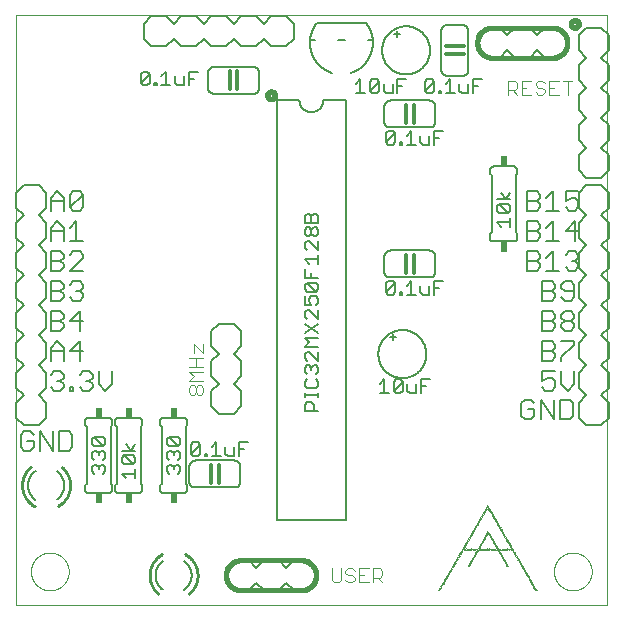
<source format=gto>
G75*
%MOIN*%
%OFA0B0*%
%FSLAX25Y25*%
%IPPOS*%
%LPD*%
%AMOC8*
5,1,8,0,0,1.08239X$1,22.5*
%
%ADD10C,0.00000*%
%ADD11C,0.01600*%
%ADD12C,0.00600*%
%ADD13R,0.00300X0.00150*%
%ADD14R,0.00150X0.00150*%
%ADD15R,0.00450X0.00150*%
%ADD16R,0.00750X0.00150*%
%ADD17R,0.00600X0.00150*%
%ADD18R,0.00900X0.00150*%
%ADD19R,0.01500X0.00150*%
%ADD20R,0.01200X0.00150*%
%ADD21C,0.01200*%
%ADD22C,0.00500*%
%ADD23C,0.00800*%
%ADD24C,0.00400*%
%ADD25C,0.01000*%
%ADD26R,0.02400X0.03400*%
D10*
X0002083Y0001800D02*
X0002083Y0198650D01*
X0198934Y0198650D01*
X0198934Y0001800D01*
X0002083Y0001800D01*
X0007034Y0013050D02*
X0007036Y0013208D01*
X0007042Y0013366D01*
X0007052Y0013524D01*
X0007066Y0013682D01*
X0007084Y0013839D01*
X0007105Y0013996D01*
X0007131Y0014152D01*
X0007161Y0014308D01*
X0007194Y0014463D01*
X0007232Y0014616D01*
X0007273Y0014769D01*
X0007318Y0014921D01*
X0007367Y0015072D01*
X0007420Y0015221D01*
X0007476Y0015369D01*
X0007536Y0015515D01*
X0007600Y0015660D01*
X0007668Y0015803D01*
X0007739Y0015945D01*
X0007813Y0016085D01*
X0007891Y0016222D01*
X0007973Y0016358D01*
X0008057Y0016492D01*
X0008146Y0016623D01*
X0008237Y0016752D01*
X0008332Y0016879D01*
X0008429Y0017004D01*
X0008530Y0017126D01*
X0008634Y0017245D01*
X0008741Y0017362D01*
X0008851Y0017476D01*
X0008964Y0017587D01*
X0009079Y0017696D01*
X0009197Y0017801D01*
X0009318Y0017903D01*
X0009441Y0018003D01*
X0009567Y0018099D01*
X0009695Y0018192D01*
X0009825Y0018282D01*
X0009958Y0018368D01*
X0010093Y0018452D01*
X0010229Y0018531D01*
X0010368Y0018608D01*
X0010509Y0018680D01*
X0010651Y0018750D01*
X0010795Y0018815D01*
X0010941Y0018877D01*
X0011088Y0018935D01*
X0011237Y0018990D01*
X0011387Y0019041D01*
X0011538Y0019088D01*
X0011690Y0019131D01*
X0011843Y0019170D01*
X0011998Y0019206D01*
X0012153Y0019237D01*
X0012309Y0019265D01*
X0012465Y0019289D01*
X0012622Y0019309D01*
X0012780Y0019325D01*
X0012937Y0019337D01*
X0013096Y0019345D01*
X0013254Y0019349D01*
X0013412Y0019349D01*
X0013570Y0019345D01*
X0013729Y0019337D01*
X0013886Y0019325D01*
X0014044Y0019309D01*
X0014201Y0019289D01*
X0014357Y0019265D01*
X0014513Y0019237D01*
X0014668Y0019206D01*
X0014823Y0019170D01*
X0014976Y0019131D01*
X0015128Y0019088D01*
X0015279Y0019041D01*
X0015429Y0018990D01*
X0015578Y0018935D01*
X0015725Y0018877D01*
X0015871Y0018815D01*
X0016015Y0018750D01*
X0016157Y0018680D01*
X0016298Y0018608D01*
X0016437Y0018531D01*
X0016573Y0018452D01*
X0016708Y0018368D01*
X0016841Y0018282D01*
X0016971Y0018192D01*
X0017099Y0018099D01*
X0017225Y0018003D01*
X0017348Y0017903D01*
X0017469Y0017801D01*
X0017587Y0017696D01*
X0017702Y0017587D01*
X0017815Y0017476D01*
X0017925Y0017362D01*
X0018032Y0017245D01*
X0018136Y0017126D01*
X0018237Y0017004D01*
X0018334Y0016879D01*
X0018429Y0016752D01*
X0018520Y0016623D01*
X0018609Y0016492D01*
X0018693Y0016358D01*
X0018775Y0016222D01*
X0018853Y0016085D01*
X0018927Y0015945D01*
X0018998Y0015803D01*
X0019066Y0015660D01*
X0019130Y0015515D01*
X0019190Y0015369D01*
X0019246Y0015221D01*
X0019299Y0015072D01*
X0019348Y0014921D01*
X0019393Y0014769D01*
X0019434Y0014616D01*
X0019472Y0014463D01*
X0019505Y0014308D01*
X0019535Y0014152D01*
X0019561Y0013996D01*
X0019582Y0013839D01*
X0019600Y0013682D01*
X0019614Y0013524D01*
X0019624Y0013366D01*
X0019630Y0013208D01*
X0019632Y0013050D01*
X0019630Y0012892D01*
X0019624Y0012734D01*
X0019614Y0012576D01*
X0019600Y0012418D01*
X0019582Y0012261D01*
X0019561Y0012104D01*
X0019535Y0011948D01*
X0019505Y0011792D01*
X0019472Y0011637D01*
X0019434Y0011484D01*
X0019393Y0011331D01*
X0019348Y0011179D01*
X0019299Y0011028D01*
X0019246Y0010879D01*
X0019190Y0010731D01*
X0019130Y0010585D01*
X0019066Y0010440D01*
X0018998Y0010297D01*
X0018927Y0010155D01*
X0018853Y0010015D01*
X0018775Y0009878D01*
X0018693Y0009742D01*
X0018609Y0009608D01*
X0018520Y0009477D01*
X0018429Y0009348D01*
X0018334Y0009221D01*
X0018237Y0009096D01*
X0018136Y0008974D01*
X0018032Y0008855D01*
X0017925Y0008738D01*
X0017815Y0008624D01*
X0017702Y0008513D01*
X0017587Y0008404D01*
X0017469Y0008299D01*
X0017348Y0008197D01*
X0017225Y0008097D01*
X0017099Y0008001D01*
X0016971Y0007908D01*
X0016841Y0007818D01*
X0016708Y0007732D01*
X0016573Y0007648D01*
X0016437Y0007569D01*
X0016298Y0007492D01*
X0016157Y0007420D01*
X0016015Y0007350D01*
X0015871Y0007285D01*
X0015725Y0007223D01*
X0015578Y0007165D01*
X0015429Y0007110D01*
X0015279Y0007059D01*
X0015128Y0007012D01*
X0014976Y0006969D01*
X0014823Y0006930D01*
X0014668Y0006894D01*
X0014513Y0006863D01*
X0014357Y0006835D01*
X0014201Y0006811D01*
X0014044Y0006791D01*
X0013886Y0006775D01*
X0013729Y0006763D01*
X0013570Y0006755D01*
X0013412Y0006751D01*
X0013254Y0006751D01*
X0013096Y0006755D01*
X0012937Y0006763D01*
X0012780Y0006775D01*
X0012622Y0006791D01*
X0012465Y0006811D01*
X0012309Y0006835D01*
X0012153Y0006863D01*
X0011998Y0006894D01*
X0011843Y0006930D01*
X0011690Y0006969D01*
X0011538Y0007012D01*
X0011387Y0007059D01*
X0011237Y0007110D01*
X0011088Y0007165D01*
X0010941Y0007223D01*
X0010795Y0007285D01*
X0010651Y0007350D01*
X0010509Y0007420D01*
X0010368Y0007492D01*
X0010229Y0007569D01*
X0010093Y0007648D01*
X0009958Y0007732D01*
X0009825Y0007818D01*
X0009695Y0007908D01*
X0009567Y0008001D01*
X0009441Y0008097D01*
X0009318Y0008197D01*
X0009197Y0008299D01*
X0009079Y0008404D01*
X0008964Y0008513D01*
X0008851Y0008624D01*
X0008741Y0008738D01*
X0008634Y0008855D01*
X0008530Y0008974D01*
X0008429Y0009096D01*
X0008332Y0009221D01*
X0008237Y0009348D01*
X0008146Y0009477D01*
X0008057Y0009608D01*
X0007973Y0009742D01*
X0007891Y0009878D01*
X0007813Y0010015D01*
X0007739Y0010155D01*
X0007668Y0010297D01*
X0007600Y0010440D01*
X0007536Y0010585D01*
X0007476Y0010731D01*
X0007420Y0010879D01*
X0007367Y0011028D01*
X0007318Y0011179D01*
X0007273Y0011331D01*
X0007232Y0011484D01*
X0007194Y0011637D01*
X0007161Y0011792D01*
X0007131Y0011948D01*
X0007105Y0012104D01*
X0007084Y0012261D01*
X0007066Y0012418D01*
X0007052Y0012576D01*
X0007042Y0012734D01*
X0007036Y0012892D01*
X0007034Y0013050D01*
X0181385Y0013050D02*
X0181387Y0013208D01*
X0181393Y0013366D01*
X0181403Y0013524D01*
X0181417Y0013682D01*
X0181435Y0013839D01*
X0181456Y0013996D01*
X0181482Y0014152D01*
X0181512Y0014308D01*
X0181545Y0014463D01*
X0181583Y0014616D01*
X0181624Y0014769D01*
X0181669Y0014921D01*
X0181718Y0015072D01*
X0181771Y0015221D01*
X0181827Y0015369D01*
X0181887Y0015515D01*
X0181951Y0015660D01*
X0182019Y0015803D01*
X0182090Y0015945D01*
X0182164Y0016085D01*
X0182242Y0016222D01*
X0182324Y0016358D01*
X0182408Y0016492D01*
X0182497Y0016623D01*
X0182588Y0016752D01*
X0182683Y0016879D01*
X0182780Y0017004D01*
X0182881Y0017126D01*
X0182985Y0017245D01*
X0183092Y0017362D01*
X0183202Y0017476D01*
X0183315Y0017587D01*
X0183430Y0017696D01*
X0183548Y0017801D01*
X0183669Y0017903D01*
X0183792Y0018003D01*
X0183918Y0018099D01*
X0184046Y0018192D01*
X0184176Y0018282D01*
X0184309Y0018368D01*
X0184444Y0018452D01*
X0184580Y0018531D01*
X0184719Y0018608D01*
X0184860Y0018680D01*
X0185002Y0018750D01*
X0185146Y0018815D01*
X0185292Y0018877D01*
X0185439Y0018935D01*
X0185588Y0018990D01*
X0185738Y0019041D01*
X0185889Y0019088D01*
X0186041Y0019131D01*
X0186194Y0019170D01*
X0186349Y0019206D01*
X0186504Y0019237D01*
X0186660Y0019265D01*
X0186816Y0019289D01*
X0186973Y0019309D01*
X0187131Y0019325D01*
X0187288Y0019337D01*
X0187447Y0019345D01*
X0187605Y0019349D01*
X0187763Y0019349D01*
X0187921Y0019345D01*
X0188080Y0019337D01*
X0188237Y0019325D01*
X0188395Y0019309D01*
X0188552Y0019289D01*
X0188708Y0019265D01*
X0188864Y0019237D01*
X0189019Y0019206D01*
X0189174Y0019170D01*
X0189327Y0019131D01*
X0189479Y0019088D01*
X0189630Y0019041D01*
X0189780Y0018990D01*
X0189929Y0018935D01*
X0190076Y0018877D01*
X0190222Y0018815D01*
X0190366Y0018750D01*
X0190508Y0018680D01*
X0190649Y0018608D01*
X0190788Y0018531D01*
X0190924Y0018452D01*
X0191059Y0018368D01*
X0191192Y0018282D01*
X0191322Y0018192D01*
X0191450Y0018099D01*
X0191576Y0018003D01*
X0191699Y0017903D01*
X0191820Y0017801D01*
X0191938Y0017696D01*
X0192053Y0017587D01*
X0192166Y0017476D01*
X0192276Y0017362D01*
X0192383Y0017245D01*
X0192487Y0017126D01*
X0192588Y0017004D01*
X0192685Y0016879D01*
X0192780Y0016752D01*
X0192871Y0016623D01*
X0192960Y0016492D01*
X0193044Y0016358D01*
X0193126Y0016222D01*
X0193204Y0016085D01*
X0193278Y0015945D01*
X0193349Y0015803D01*
X0193417Y0015660D01*
X0193481Y0015515D01*
X0193541Y0015369D01*
X0193597Y0015221D01*
X0193650Y0015072D01*
X0193699Y0014921D01*
X0193744Y0014769D01*
X0193785Y0014616D01*
X0193823Y0014463D01*
X0193856Y0014308D01*
X0193886Y0014152D01*
X0193912Y0013996D01*
X0193933Y0013839D01*
X0193951Y0013682D01*
X0193965Y0013524D01*
X0193975Y0013366D01*
X0193981Y0013208D01*
X0193983Y0013050D01*
X0193981Y0012892D01*
X0193975Y0012734D01*
X0193965Y0012576D01*
X0193951Y0012418D01*
X0193933Y0012261D01*
X0193912Y0012104D01*
X0193886Y0011948D01*
X0193856Y0011792D01*
X0193823Y0011637D01*
X0193785Y0011484D01*
X0193744Y0011331D01*
X0193699Y0011179D01*
X0193650Y0011028D01*
X0193597Y0010879D01*
X0193541Y0010731D01*
X0193481Y0010585D01*
X0193417Y0010440D01*
X0193349Y0010297D01*
X0193278Y0010155D01*
X0193204Y0010015D01*
X0193126Y0009878D01*
X0193044Y0009742D01*
X0192960Y0009608D01*
X0192871Y0009477D01*
X0192780Y0009348D01*
X0192685Y0009221D01*
X0192588Y0009096D01*
X0192487Y0008974D01*
X0192383Y0008855D01*
X0192276Y0008738D01*
X0192166Y0008624D01*
X0192053Y0008513D01*
X0191938Y0008404D01*
X0191820Y0008299D01*
X0191699Y0008197D01*
X0191576Y0008097D01*
X0191450Y0008001D01*
X0191322Y0007908D01*
X0191192Y0007818D01*
X0191059Y0007732D01*
X0190924Y0007648D01*
X0190788Y0007569D01*
X0190649Y0007492D01*
X0190508Y0007420D01*
X0190366Y0007350D01*
X0190222Y0007285D01*
X0190076Y0007223D01*
X0189929Y0007165D01*
X0189780Y0007110D01*
X0189630Y0007059D01*
X0189479Y0007012D01*
X0189327Y0006969D01*
X0189174Y0006930D01*
X0189019Y0006894D01*
X0188864Y0006863D01*
X0188708Y0006835D01*
X0188552Y0006811D01*
X0188395Y0006791D01*
X0188237Y0006775D01*
X0188080Y0006763D01*
X0187921Y0006755D01*
X0187763Y0006751D01*
X0187605Y0006751D01*
X0187447Y0006755D01*
X0187288Y0006763D01*
X0187131Y0006775D01*
X0186973Y0006791D01*
X0186816Y0006811D01*
X0186660Y0006835D01*
X0186504Y0006863D01*
X0186349Y0006894D01*
X0186194Y0006930D01*
X0186041Y0006969D01*
X0185889Y0007012D01*
X0185738Y0007059D01*
X0185588Y0007110D01*
X0185439Y0007165D01*
X0185292Y0007223D01*
X0185146Y0007285D01*
X0185002Y0007350D01*
X0184860Y0007420D01*
X0184719Y0007492D01*
X0184580Y0007569D01*
X0184444Y0007648D01*
X0184309Y0007732D01*
X0184176Y0007818D01*
X0184046Y0007908D01*
X0183918Y0008001D01*
X0183792Y0008097D01*
X0183669Y0008197D01*
X0183548Y0008299D01*
X0183430Y0008404D01*
X0183315Y0008513D01*
X0183202Y0008624D01*
X0183092Y0008738D01*
X0182985Y0008855D01*
X0182881Y0008974D01*
X0182780Y0009096D01*
X0182683Y0009221D01*
X0182588Y0009348D01*
X0182497Y0009477D01*
X0182408Y0009608D01*
X0182324Y0009742D01*
X0182242Y0009878D01*
X0182164Y0010015D01*
X0182090Y0010155D01*
X0182019Y0010297D01*
X0181951Y0010440D01*
X0181887Y0010585D01*
X0181827Y0010731D01*
X0181771Y0010879D01*
X0181718Y0011028D01*
X0181669Y0011179D01*
X0181624Y0011331D01*
X0181583Y0011484D01*
X0181545Y0011637D01*
X0181512Y0011792D01*
X0181482Y0011948D01*
X0181456Y0012104D01*
X0181435Y0012261D01*
X0181417Y0012418D01*
X0181403Y0012576D01*
X0181393Y0012734D01*
X0181387Y0012892D01*
X0181385Y0013050D01*
D11*
X0102083Y0011800D02*
X0102081Y0011940D01*
X0102075Y0012080D01*
X0102065Y0012220D01*
X0102052Y0012360D01*
X0102034Y0012499D01*
X0102012Y0012638D01*
X0101987Y0012775D01*
X0101958Y0012913D01*
X0101925Y0013049D01*
X0101888Y0013184D01*
X0101847Y0013318D01*
X0101802Y0013451D01*
X0101754Y0013583D01*
X0101702Y0013713D01*
X0101647Y0013842D01*
X0101588Y0013969D01*
X0101525Y0014095D01*
X0101459Y0014219D01*
X0101390Y0014340D01*
X0101317Y0014460D01*
X0101240Y0014578D01*
X0101161Y0014693D01*
X0101078Y0014807D01*
X0100992Y0014917D01*
X0100903Y0015026D01*
X0100811Y0015132D01*
X0100716Y0015235D01*
X0100619Y0015336D01*
X0100518Y0015433D01*
X0100415Y0015528D01*
X0100309Y0015620D01*
X0100200Y0015709D01*
X0100090Y0015795D01*
X0099976Y0015878D01*
X0099861Y0015957D01*
X0099743Y0016034D01*
X0099623Y0016107D01*
X0099502Y0016176D01*
X0099378Y0016242D01*
X0099252Y0016305D01*
X0099125Y0016364D01*
X0098996Y0016419D01*
X0098866Y0016471D01*
X0098734Y0016519D01*
X0098601Y0016564D01*
X0098467Y0016605D01*
X0098332Y0016642D01*
X0098196Y0016675D01*
X0098058Y0016704D01*
X0097921Y0016729D01*
X0097782Y0016751D01*
X0097643Y0016769D01*
X0097503Y0016782D01*
X0097363Y0016792D01*
X0097223Y0016798D01*
X0097083Y0016800D01*
X0077083Y0016800D01*
X0076943Y0016798D01*
X0076803Y0016792D01*
X0076663Y0016782D01*
X0076523Y0016769D01*
X0076384Y0016751D01*
X0076245Y0016729D01*
X0076108Y0016704D01*
X0075970Y0016675D01*
X0075834Y0016642D01*
X0075699Y0016605D01*
X0075565Y0016564D01*
X0075432Y0016519D01*
X0075300Y0016471D01*
X0075170Y0016419D01*
X0075041Y0016364D01*
X0074914Y0016305D01*
X0074788Y0016242D01*
X0074664Y0016176D01*
X0074543Y0016107D01*
X0074423Y0016034D01*
X0074305Y0015957D01*
X0074190Y0015878D01*
X0074076Y0015795D01*
X0073966Y0015709D01*
X0073857Y0015620D01*
X0073751Y0015528D01*
X0073648Y0015433D01*
X0073547Y0015336D01*
X0073450Y0015235D01*
X0073355Y0015132D01*
X0073263Y0015026D01*
X0073174Y0014917D01*
X0073088Y0014807D01*
X0073005Y0014693D01*
X0072926Y0014578D01*
X0072849Y0014460D01*
X0072776Y0014340D01*
X0072707Y0014219D01*
X0072641Y0014095D01*
X0072578Y0013969D01*
X0072519Y0013842D01*
X0072464Y0013713D01*
X0072412Y0013583D01*
X0072364Y0013451D01*
X0072319Y0013318D01*
X0072278Y0013184D01*
X0072241Y0013049D01*
X0072208Y0012913D01*
X0072179Y0012775D01*
X0072154Y0012638D01*
X0072132Y0012499D01*
X0072114Y0012360D01*
X0072101Y0012220D01*
X0072091Y0012080D01*
X0072085Y0011940D01*
X0072083Y0011800D01*
X0072085Y0011660D01*
X0072091Y0011520D01*
X0072101Y0011380D01*
X0072114Y0011240D01*
X0072132Y0011101D01*
X0072154Y0010962D01*
X0072179Y0010825D01*
X0072208Y0010687D01*
X0072241Y0010551D01*
X0072278Y0010416D01*
X0072319Y0010282D01*
X0072364Y0010149D01*
X0072412Y0010017D01*
X0072464Y0009887D01*
X0072519Y0009758D01*
X0072578Y0009631D01*
X0072641Y0009505D01*
X0072707Y0009381D01*
X0072776Y0009260D01*
X0072849Y0009140D01*
X0072926Y0009022D01*
X0073005Y0008907D01*
X0073088Y0008793D01*
X0073174Y0008683D01*
X0073263Y0008574D01*
X0073355Y0008468D01*
X0073450Y0008365D01*
X0073547Y0008264D01*
X0073648Y0008167D01*
X0073751Y0008072D01*
X0073857Y0007980D01*
X0073966Y0007891D01*
X0074076Y0007805D01*
X0074190Y0007722D01*
X0074305Y0007643D01*
X0074423Y0007566D01*
X0074543Y0007493D01*
X0074664Y0007424D01*
X0074788Y0007358D01*
X0074914Y0007295D01*
X0075041Y0007236D01*
X0075170Y0007181D01*
X0075300Y0007129D01*
X0075432Y0007081D01*
X0075565Y0007036D01*
X0075699Y0006995D01*
X0075834Y0006958D01*
X0075970Y0006925D01*
X0076108Y0006896D01*
X0076245Y0006871D01*
X0076384Y0006849D01*
X0076523Y0006831D01*
X0076663Y0006818D01*
X0076803Y0006808D01*
X0076943Y0006802D01*
X0077083Y0006800D01*
X0097083Y0006800D01*
X0097223Y0006802D01*
X0097363Y0006808D01*
X0097503Y0006818D01*
X0097643Y0006831D01*
X0097782Y0006849D01*
X0097921Y0006871D01*
X0098058Y0006896D01*
X0098196Y0006925D01*
X0098332Y0006958D01*
X0098467Y0006995D01*
X0098601Y0007036D01*
X0098734Y0007081D01*
X0098866Y0007129D01*
X0098996Y0007181D01*
X0099125Y0007236D01*
X0099252Y0007295D01*
X0099378Y0007358D01*
X0099502Y0007424D01*
X0099623Y0007493D01*
X0099743Y0007566D01*
X0099861Y0007643D01*
X0099976Y0007722D01*
X0100090Y0007805D01*
X0100200Y0007891D01*
X0100309Y0007980D01*
X0100415Y0008072D01*
X0100518Y0008167D01*
X0100619Y0008264D01*
X0100716Y0008365D01*
X0100811Y0008468D01*
X0100903Y0008574D01*
X0100992Y0008683D01*
X0101078Y0008793D01*
X0101161Y0008907D01*
X0101240Y0009022D01*
X0101317Y0009140D01*
X0101390Y0009260D01*
X0101459Y0009381D01*
X0101525Y0009505D01*
X0101588Y0009631D01*
X0101647Y0009758D01*
X0101702Y0009887D01*
X0101754Y0010017D01*
X0101802Y0010149D01*
X0101847Y0010282D01*
X0101888Y0010416D01*
X0101925Y0010551D01*
X0101958Y0010687D01*
X0101987Y0010825D01*
X0102012Y0010962D01*
X0102034Y0011101D01*
X0102052Y0011240D01*
X0102065Y0011380D01*
X0102075Y0011520D01*
X0102081Y0011660D01*
X0102083Y0011800D01*
X0085833Y0171800D02*
X0085835Y0171870D01*
X0085841Y0171940D01*
X0085851Y0172009D01*
X0085864Y0172078D01*
X0085882Y0172146D01*
X0085903Y0172213D01*
X0085928Y0172278D01*
X0085957Y0172342D01*
X0085989Y0172405D01*
X0086025Y0172465D01*
X0086064Y0172523D01*
X0086106Y0172579D01*
X0086151Y0172633D01*
X0086199Y0172684D01*
X0086250Y0172732D01*
X0086304Y0172777D01*
X0086360Y0172819D01*
X0086418Y0172858D01*
X0086478Y0172894D01*
X0086541Y0172926D01*
X0086605Y0172955D01*
X0086670Y0172980D01*
X0086737Y0173001D01*
X0086805Y0173019D01*
X0086874Y0173032D01*
X0086943Y0173042D01*
X0087013Y0173048D01*
X0087083Y0173050D01*
X0087153Y0173048D01*
X0087223Y0173042D01*
X0087292Y0173032D01*
X0087361Y0173019D01*
X0087429Y0173001D01*
X0087496Y0172980D01*
X0087561Y0172955D01*
X0087625Y0172926D01*
X0087688Y0172894D01*
X0087748Y0172858D01*
X0087806Y0172819D01*
X0087862Y0172777D01*
X0087916Y0172732D01*
X0087967Y0172684D01*
X0088015Y0172633D01*
X0088060Y0172579D01*
X0088102Y0172523D01*
X0088141Y0172465D01*
X0088177Y0172405D01*
X0088209Y0172342D01*
X0088238Y0172278D01*
X0088263Y0172213D01*
X0088284Y0172146D01*
X0088302Y0172078D01*
X0088315Y0172009D01*
X0088325Y0171940D01*
X0088331Y0171870D01*
X0088333Y0171800D01*
X0088331Y0171730D01*
X0088325Y0171660D01*
X0088315Y0171591D01*
X0088302Y0171522D01*
X0088284Y0171454D01*
X0088263Y0171387D01*
X0088238Y0171322D01*
X0088209Y0171258D01*
X0088177Y0171195D01*
X0088141Y0171135D01*
X0088102Y0171077D01*
X0088060Y0171021D01*
X0088015Y0170967D01*
X0087967Y0170916D01*
X0087916Y0170868D01*
X0087862Y0170823D01*
X0087806Y0170781D01*
X0087748Y0170742D01*
X0087688Y0170706D01*
X0087625Y0170674D01*
X0087561Y0170645D01*
X0087496Y0170620D01*
X0087429Y0170599D01*
X0087361Y0170581D01*
X0087292Y0170568D01*
X0087223Y0170558D01*
X0087153Y0170552D01*
X0087083Y0170550D01*
X0087013Y0170552D01*
X0086943Y0170558D01*
X0086874Y0170568D01*
X0086805Y0170581D01*
X0086737Y0170599D01*
X0086670Y0170620D01*
X0086605Y0170645D01*
X0086541Y0170674D01*
X0086478Y0170706D01*
X0086418Y0170742D01*
X0086360Y0170781D01*
X0086304Y0170823D01*
X0086250Y0170868D01*
X0086199Y0170916D01*
X0086151Y0170967D01*
X0086106Y0171021D01*
X0086064Y0171077D01*
X0086025Y0171135D01*
X0085989Y0171195D01*
X0085957Y0171258D01*
X0085928Y0171322D01*
X0085903Y0171387D01*
X0085882Y0171454D01*
X0085864Y0171522D01*
X0085851Y0171591D01*
X0085841Y0171660D01*
X0085835Y0171730D01*
X0085833Y0171800D01*
X0160833Y0184300D02*
X0180833Y0184300D01*
X0182083Y0184300D01*
X0180833Y0184300D02*
X0180973Y0184302D01*
X0181113Y0184308D01*
X0181253Y0184318D01*
X0181393Y0184331D01*
X0181532Y0184349D01*
X0181671Y0184371D01*
X0181808Y0184396D01*
X0181946Y0184425D01*
X0182082Y0184458D01*
X0182217Y0184495D01*
X0182351Y0184536D01*
X0182484Y0184581D01*
X0182616Y0184629D01*
X0182746Y0184681D01*
X0182875Y0184736D01*
X0183002Y0184795D01*
X0183128Y0184858D01*
X0183252Y0184924D01*
X0183373Y0184993D01*
X0183493Y0185066D01*
X0183611Y0185143D01*
X0183726Y0185222D01*
X0183840Y0185305D01*
X0183950Y0185391D01*
X0184059Y0185480D01*
X0184165Y0185572D01*
X0184268Y0185667D01*
X0184369Y0185764D01*
X0184466Y0185865D01*
X0184561Y0185968D01*
X0184653Y0186074D01*
X0184742Y0186183D01*
X0184828Y0186293D01*
X0184911Y0186407D01*
X0184990Y0186522D01*
X0185067Y0186640D01*
X0185140Y0186760D01*
X0185209Y0186881D01*
X0185275Y0187005D01*
X0185338Y0187131D01*
X0185397Y0187258D01*
X0185452Y0187387D01*
X0185504Y0187517D01*
X0185552Y0187649D01*
X0185597Y0187782D01*
X0185638Y0187916D01*
X0185675Y0188051D01*
X0185708Y0188187D01*
X0185737Y0188325D01*
X0185762Y0188462D01*
X0185784Y0188601D01*
X0185802Y0188740D01*
X0185815Y0188880D01*
X0185825Y0189020D01*
X0185831Y0189160D01*
X0185833Y0189300D01*
X0185831Y0189440D01*
X0185825Y0189580D01*
X0185815Y0189720D01*
X0185802Y0189860D01*
X0185784Y0189999D01*
X0185762Y0190138D01*
X0185737Y0190275D01*
X0185708Y0190413D01*
X0185675Y0190549D01*
X0185638Y0190684D01*
X0185597Y0190818D01*
X0185552Y0190951D01*
X0185504Y0191083D01*
X0185452Y0191213D01*
X0185397Y0191342D01*
X0185338Y0191469D01*
X0185275Y0191595D01*
X0185209Y0191719D01*
X0185140Y0191840D01*
X0185067Y0191960D01*
X0184990Y0192078D01*
X0184911Y0192193D01*
X0184828Y0192307D01*
X0184742Y0192417D01*
X0184653Y0192526D01*
X0184561Y0192632D01*
X0184466Y0192735D01*
X0184369Y0192836D01*
X0184268Y0192933D01*
X0184165Y0193028D01*
X0184059Y0193120D01*
X0183950Y0193209D01*
X0183840Y0193295D01*
X0183726Y0193378D01*
X0183611Y0193457D01*
X0183493Y0193534D01*
X0183373Y0193607D01*
X0183252Y0193676D01*
X0183128Y0193742D01*
X0183002Y0193805D01*
X0182875Y0193864D01*
X0182746Y0193919D01*
X0182616Y0193971D01*
X0182484Y0194019D01*
X0182351Y0194064D01*
X0182217Y0194105D01*
X0182082Y0194142D01*
X0181946Y0194175D01*
X0181808Y0194204D01*
X0181671Y0194229D01*
X0181532Y0194251D01*
X0181393Y0194269D01*
X0181253Y0194282D01*
X0181113Y0194292D01*
X0180973Y0194298D01*
X0180833Y0194300D01*
X0160833Y0194300D01*
X0160693Y0194298D01*
X0160553Y0194292D01*
X0160413Y0194282D01*
X0160273Y0194269D01*
X0160134Y0194251D01*
X0159995Y0194229D01*
X0159858Y0194204D01*
X0159720Y0194175D01*
X0159584Y0194142D01*
X0159449Y0194105D01*
X0159315Y0194064D01*
X0159182Y0194019D01*
X0159050Y0193971D01*
X0158920Y0193919D01*
X0158791Y0193864D01*
X0158664Y0193805D01*
X0158538Y0193742D01*
X0158414Y0193676D01*
X0158293Y0193607D01*
X0158173Y0193534D01*
X0158055Y0193457D01*
X0157940Y0193378D01*
X0157826Y0193295D01*
X0157716Y0193209D01*
X0157607Y0193120D01*
X0157501Y0193028D01*
X0157398Y0192933D01*
X0157297Y0192836D01*
X0157200Y0192735D01*
X0157105Y0192632D01*
X0157013Y0192526D01*
X0156924Y0192417D01*
X0156838Y0192307D01*
X0156755Y0192193D01*
X0156676Y0192078D01*
X0156599Y0191960D01*
X0156526Y0191840D01*
X0156457Y0191719D01*
X0156391Y0191595D01*
X0156328Y0191469D01*
X0156269Y0191342D01*
X0156214Y0191213D01*
X0156162Y0191083D01*
X0156114Y0190951D01*
X0156069Y0190818D01*
X0156028Y0190684D01*
X0155991Y0190549D01*
X0155958Y0190413D01*
X0155929Y0190275D01*
X0155904Y0190138D01*
X0155882Y0189999D01*
X0155864Y0189860D01*
X0155851Y0189720D01*
X0155841Y0189580D01*
X0155835Y0189440D01*
X0155833Y0189300D01*
X0155835Y0189160D01*
X0155841Y0189020D01*
X0155851Y0188880D01*
X0155864Y0188740D01*
X0155882Y0188601D01*
X0155904Y0188462D01*
X0155929Y0188325D01*
X0155958Y0188187D01*
X0155991Y0188051D01*
X0156028Y0187916D01*
X0156069Y0187782D01*
X0156114Y0187649D01*
X0156162Y0187517D01*
X0156214Y0187387D01*
X0156269Y0187258D01*
X0156328Y0187131D01*
X0156391Y0187005D01*
X0156457Y0186881D01*
X0156526Y0186760D01*
X0156599Y0186640D01*
X0156676Y0186522D01*
X0156755Y0186407D01*
X0156838Y0186293D01*
X0156924Y0186183D01*
X0157013Y0186074D01*
X0157105Y0185968D01*
X0157200Y0185865D01*
X0157297Y0185764D01*
X0157398Y0185667D01*
X0157501Y0185572D01*
X0157607Y0185480D01*
X0157716Y0185391D01*
X0157826Y0185305D01*
X0157940Y0185222D01*
X0158055Y0185143D01*
X0158173Y0185066D01*
X0158293Y0184993D01*
X0158414Y0184924D01*
X0158538Y0184858D01*
X0158664Y0184795D01*
X0158791Y0184736D01*
X0158920Y0184681D01*
X0159050Y0184629D01*
X0159182Y0184581D01*
X0159315Y0184536D01*
X0159449Y0184495D01*
X0159584Y0184458D01*
X0159720Y0184425D01*
X0159858Y0184396D01*
X0159995Y0184371D01*
X0160134Y0184349D01*
X0160273Y0184331D01*
X0160413Y0184318D01*
X0160553Y0184308D01*
X0160693Y0184302D01*
X0160833Y0184300D01*
X0187083Y0195550D02*
X0187085Y0195620D01*
X0187091Y0195690D01*
X0187101Y0195759D01*
X0187114Y0195828D01*
X0187132Y0195896D01*
X0187153Y0195963D01*
X0187178Y0196028D01*
X0187207Y0196092D01*
X0187239Y0196155D01*
X0187275Y0196215D01*
X0187314Y0196273D01*
X0187356Y0196329D01*
X0187401Y0196383D01*
X0187449Y0196434D01*
X0187500Y0196482D01*
X0187554Y0196527D01*
X0187610Y0196569D01*
X0187668Y0196608D01*
X0187728Y0196644D01*
X0187791Y0196676D01*
X0187855Y0196705D01*
X0187920Y0196730D01*
X0187987Y0196751D01*
X0188055Y0196769D01*
X0188124Y0196782D01*
X0188193Y0196792D01*
X0188263Y0196798D01*
X0188333Y0196800D01*
X0188403Y0196798D01*
X0188473Y0196792D01*
X0188542Y0196782D01*
X0188611Y0196769D01*
X0188679Y0196751D01*
X0188746Y0196730D01*
X0188811Y0196705D01*
X0188875Y0196676D01*
X0188938Y0196644D01*
X0188998Y0196608D01*
X0189056Y0196569D01*
X0189112Y0196527D01*
X0189166Y0196482D01*
X0189217Y0196434D01*
X0189265Y0196383D01*
X0189310Y0196329D01*
X0189352Y0196273D01*
X0189391Y0196215D01*
X0189427Y0196155D01*
X0189459Y0196092D01*
X0189488Y0196028D01*
X0189513Y0195963D01*
X0189534Y0195896D01*
X0189552Y0195828D01*
X0189565Y0195759D01*
X0189575Y0195690D01*
X0189581Y0195620D01*
X0189583Y0195550D01*
X0189581Y0195480D01*
X0189575Y0195410D01*
X0189565Y0195341D01*
X0189552Y0195272D01*
X0189534Y0195204D01*
X0189513Y0195137D01*
X0189488Y0195072D01*
X0189459Y0195008D01*
X0189427Y0194945D01*
X0189391Y0194885D01*
X0189352Y0194827D01*
X0189310Y0194771D01*
X0189265Y0194717D01*
X0189217Y0194666D01*
X0189166Y0194618D01*
X0189112Y0194573D01*
X0189056Y0194531D01*
X0188998Y0194492D01*
X0188938Y0194456D01*
X0188875Y0194424D01*
X0188811Y0194395D01*
X0188746Y0194370D01*
X0188679Y0194349D01*
X0188611Y0194331D01*
X0188542Y0194318D01*
X0188473Y0194308D01*
X0188403Y0194302D01*
X0188333Y0194300D01*
X0188263Y0194302D01*
X0188193Y0194308D01*
X0188124Y0194318D01*
X0188055Y0194331D01*
X0187987Y0194349D01*
X0187920Y0194370D01*
X0187855Y0194395D01*
X0187791Y0194424D01*
X0187728Y0194456D01*
X0187668Y0194492D01*
X0187610Y0194531D01*
X0187554Y0194573D01*
X0187500Y0194618D01*
X0187449Y0194666D01*
X0187401Y0194717D01*
X0187356Y0194771D01*
X0187314Y0194827D01*
X0187275Y0194885D01*
X0187239Y0194945D01*
X0187207Y0195008D01*
X0187178Y0195072D01*
X0187153Y0195137D01*
X0187132Y0195204D01*
X0187114Y0195272D01*
X0187101Y0195341D01*
X0187091Y0195410D01*
X0187085Y0195480D01*
X0187083Y0195550D01*
D12*
X0152833Y0193300D02*
X0152833Y0180300D01*
X0152831Y0180213D01*
X0152825Y0180126D01*
X0152816Y0180039D01*
X0152803Y0179953D01*
X0152786Y0179867D01*
X0152765Y0179782D01*
X0152740Y0179699D01*
X0152712Y0179616D01*
X0152681Y0179535D01*
X0152646Y0179455D01*
X0152607Y0179377D01*
X0152565Y0179300D01*
X0152520Y0179225D01*
X0152471Y0179153D01*
X0152420Y0179082D01*
X0152365Y0179014D01*
X0152308Y0178949D01*
X0152247Y0178886D01*
X0152184Y0178825D01*
X0152119Y0178768D01*
X0152051Y0178713D01*
X0151980Y0178662D01*
X0151908Y0178613D01*
X0151833Y0178568D01*
X0151756Y0178526D01*
X0151678Y0178487D01*
X0151598Y0178452D01*
X0151517Y0178421D01*
X0151434Y0178393D01*
X0151351Y0178368D01*
X0151266Y0178347D01*
X0151180Y0178330D01*
X0151094Y0178317D01*
X0151007Y0178308D01*
X0150920Y0178302D01*
X0150833Y0178300D01*
X0145833Y0178300D01*
X0145746Y0178302D01*
X0145659Y0178308D01*
X0145572Y0178317D01*
X0145486Y0178330D01*
X0145400Y0178347D01*
X0145315Y0178368D01*
X0145232Y0178393D01*
X0145149Y0178421D01*
X0145068Y0178452D01*
X0144988Y0178487D01*
X0144910Y0178526D01*
X0144833Y0178568D01*
X0144758Y0178613D01*
X0144686Y0178662D01*
X0144615Y0178713D01*
X0144547Y0178768D01*
X0144482Y0178825D01*
X0144419Y0178886D01*
X0144358Y0178949D01*
X0144301Y0179014D01*
X0144246Y0179082D01*
X0144195Y0179153D01*
X0144146Y0179225D01*
X0144101Y0179300D01*
X0144059Y0179377D01*
X0144020Y0179455D01*
X0143985Y0179535D01*
X0143954Y0179616D01*
X0143926Y0179699D01*
X0143901Y0179782D01*
X0143880Y0179867D01*
X0143863Y0179953D01*
X0143850Y0180039D01*
X0143841Y0180126D01*
X0143835Y0180213D01*
X0143833Y0180300D01*
X0143833Y0193300D01*
X0143835Y0193387D01*
X0143841Y0193474D01*
X0143850Y0193561D01*
X0143863Y0193647D01*
X0143880Y0193733D01*
X0143901Y0193818D01*
X0143926Y0193901D01*
X0143954Y0193984D01*
X0143985Y0194065D01*
X0144020Y0194145D01*
X0144059Y0194223D01*
X0144101Y0194300D01*
X0144146Y0194375D01*
X0144195Y0194447D01*
X0144246Y0194518D01*
X0144301Y0194586D01*
X0144358Y0194651D01*
X0144419Y0194714D01*
X0144482Y0194775D01*
X0144547Y0194832D01*
X0144615Y0194887D01*
X0144686Y0194938D01*
X0144758Y0194987D01*
X0144833Y0195032D01*
X0144910Y0195074D01*
X0144988Y0195113D01*
X0145068Y0195148D01*
X0145149Y0195179D01*
X0145232Y0195207D01*
X0145315Y0195232D01*
X0145400Y0195253D01*
X0145486Y0195270D01*
X0145572Y0195283D01*
X0145659Y0195292D01*
X0145746Y0195298D01*
X0145833Y0195300D01*
X0150833Y0195300D01*
X0150920Y0195298D01*
X0151007Y0195292D01*
X0151094Y0195283D01*
X0151180Y0195270D01*
X0151266Y0195253D01*
X0151351Y0195232D01*
X0151434Y0195207D01*
X0151517Y0195179D01*
X0151598Y0195148D01*
X0151678Y0195113D01*
X0151756Y0195074D01*
X0151833Y0195032D01*
X0151908Y0194987D01*
X0151980Y0194938D01*
X0152051Y0194887D01*
X0152119Y0194832D01*
X0152184Y0194775D01*
X0152247Y0194714D01*
X0152308Y0194651D01*
X0152365Y0194586D01*
X0152420Y0194518D01*
X0152471Y0194447D01*
X0152520Y0194375D01*
X0152565Y0194300D01*
X0152607Y0194223D01*
X0152646Y0194145D01*
X0152681Y0194065D01*
X0152712Y0193984D01*
X0152740Y0193901D01*
X0152765Y0193818D01*
X0152786Y0193733D01*
X0152803Y0193647D01*
X0152816Y0193561D01*
X0152825Y0193474D01*
X0152831Y0193387D01*
X0152833Y0193300D01*
X0124083Y0186800D02*
X0124085Y0186996D01*
X0124093Y0187193D01*
X0124105Y0187389D01*
X0124122Y0187584D01*
X0124143Y0187779D01*
X0124170Y0187974D01*
X0124201Y0188168D01*
X0124237Y0188361D01*
X0124277Y0188553D01*
X0124323Y0188744D01*
X0124373Y0188934D01*
X0124427Y0189122D01*
X0124487Y0189309D01*
X0124551Y0189495D01*
X0124619Y0189679D01*
X0124692Y0189861D01*
X0124769Y0190042D01*
X0124851Y0190220D01*
X0124937Y0190397D01*
X0125028Y0190571D01*
X0125122Y0190743D01*
X0125221Y0190913D01*
X0125324Y0191080D01*
X0125431Y0191245D01*
X0125542Y0191406D01*
X0125657Y0191566D01*
X0125776Y0191722D01*
X0125899Y0191875D01*
X0126025Y0192025D01*
X0126155Y0192172D01*
X0126289Y0192316D01*
X0126426Y0192457D01*
X0126567Y0192594D01*
X0126711Y0192728D01*
X0126858Y0192858D01*
X0127008Y0192984D01*
X0127161Y0193107D01*
X0127317Y0193226D01*
X0127477Y0193341D01*
X0127638Y0193452D01*
X0127803Y0193559D01*
X0127970Y0193662D01*
X0128140Y0193761D01*
X0128312Y0193855D01*
X0128486Y0193946D01*
X0128663Y0194032D01*
X0128841Y0194114D01*
X0129022Y0194191D01*
X0129204Y0194264D01*
X0129388Y0194332D01*
X0129574Y0194396D01*
X0129761Y0194456D01*
X0129949Y0194510D01*
X0130139Y0194560D01*
X0130330Y0194606D01*
X0130522Y0194646D01*
X0130715Y0194682D01*
X0130909Y0194713D01*
X0131104Y0194740D01*
X0131299Y0194761D01*
X0131494Y0194778D01*
X0131690Y0194790D01*
X0131887Y0194798D01*
X0132083Y0194800D01*
X0132279Y0194798D01*
X0132476Y0194790D01*
X0132672Y0194778D01*
X0132867Y0194761D01*
X0133062Y0194740D01*
X0133257Y0194713D01*
X0133451Y0194682D01*
X0133644Y0194646D01*
X0133836Y0194606D01*
X0134027Y0194560D01*
X0134217Y0194510D01*
X0134405Y0194456D01*
X0134592Y0194396D01*
X0134778Y0194332D01*
X0134962Y0194264D01*
X0135144Y0194191D01*
X0135325Y0194114D01*
X0135503Y0194032D01*
X0135680Y0193946D01*
X0135854Y0193855D01*
X0136026Y0193761D01*
X0136196Y0193662D01*
X0136363Y0193559D01*
X0136528Y0193452D01*
X0136689Y0193341D01*
X0136849Y0193226D01*
X0137005Y0193107D01*
X0137158Y0192984D01*
X0137308Y0192858D01*
X0137455Y0192728D01*
X0137599Y0192594D01*
X0137740Y0192457D01*
X0137877Y0192316D01*
X0138011Y0192172D01*
X0138141Y0192025D01*
X0138267Y0191875D01*
X0138390Y0191722D01*
X0138509Y0191566D01*
X0138624Y0191406D01*
X0138735Y0191245D01*
X0138842Y0191080D01*
X0138945Y0190913D01*
X0139044Y0190743D01*
X0139138Y0190571D01*
X0139229Y0190397D01*
X0139315Y0190220D01*
X0139397Y0190042D01*
X0139474Y0189861D01*
X0139547Y0189679D01*
X0139615Y0189495D01*
X0139679Y0189309D01*
X0139739Y0189122D01*
X0139793Y0188934D01*
X0139843Y0188744D01*
X0139889Y0188553D01*
X0139929Y0188361D01*
X0139965Y0188168D01*
X0139996Y0187974D01*
X0140023Y0187779D01*
X0140044Y0187584D01*
X0140061Y0187389D01*
X0140073Y0187193D01*
X0140081Y0186996D01*
X0140083Y0186800D01*
X0140081Y0186604D01*
X0140073Y0186407D01*
X0140061Y0186211D01*
X0140044Y0186016D01*
X0140023Y0185821D01*
X0139996Y0185626D01*
X0139965Y0185432D01*
X0139929Y0185239D01*
X0139889Y0185047D01*
X0139843Y0184856D01*
X0139793Y0184666D01*
X0139739Y0184478D01*
X0139679Y0184291D01*
X0139615Y0184105D01*
X0139547Y0183921D01*
X0139474Y0183739D01*
X0139397Y0183558D01*
X0139315Y0183380D01*
X0139229Y0183203D01*
X0139138Y0183029D01*
X0139044Y0182857D01*
X0138945Y0182687D01*
X0138842Y0182520D01*
X0138735Y0182355D01*
X0138624Y0182194D01*
X0138509Y0182034D01*
X0138390Y0181878D01*
X0138267Y0181725D01*
X0138141Y0181575D01*
X0138011Y0181428D01*
X0137877Y0181284D01*
X0137740Y0181143D01*
X0137599Y0181006D01*
X0137455Y0180872D01*
X0137308Y0180742D01*
X0137158Y0180616D01*
X0137005Y0180493D01*
X0136849Y0180374D01*
X0136689Y0180259D01*
X0136528Y0180148D01*
X0136363Y0180041D01*
X0136196Y0179938D01*
X0136026Y0179839D01*
X0135854Y0179745D01*
X0135680Y0179654D01*
X0135503Y0179568D01*
X0135325Y0179486D01*
X0135144Y0179409D01*
X0134962Y0179336D01*
X0134778Y0179268D01*
X0134592Y0179204D01*
X0134405Y0179144D01*
X0134217Y0179090D01*
X0134027Y0179040D01*
X0133836Y0178994D01*
X0133644Y0178954D01*
X0133451Y0178918D01*
X0133257Y0178887D01*
X0133062Y0178860D01*
X0132867Y0178839D01*
X0132672Y0178822D01*
X0132476Y0178810D01*
X0132279Y0178802D01*
X0132083Y0178800D01*
X0131887Y0178802D01*
X0131690Y0178810D01*
X0131494Y0178822D01*
X0131299Y0178839D01*
X0131104Y0178860D01*
X0130909Y0178887D01*
X0130715Y0178918D01*
X0130522Y0178954D01*
X0130330Y0178994D01*
X0130139Y0179040D01*
X0129949Y0179090D01*
X0129761Y0179144D01*
X0129574Y0179204D01*
X0129388Y0179268D01*
X0129204Y0179336D01*
X0129022Y0179409D01*
X0128841Y0179486D01*
X0128663Y0179568D01*
X0128486Y0179654D01*
X0128312Y0179745D01*
X0128140Y0179839D01*
X0127970Y0179938D01*
X0127803Y0180041D01*
X0127638Y0180148D01*
X0127477Y0180259D01*
X0127317Y0180374D01*
X0127161Y0180493D01*
X0127008Y0180616D01*
X0126858Y0180742D01*
X0126711Y0180872D01*
X0126567Y0181006D01*
X0126426Y0181143D01*
X0126289Y0181284D01*
X0126155Y0181428D01*
X0126025Y0181575D01*
X0125899Y0181725D01*
X0125776Y0181878D01*
X0125657Y0182034D01*
X0125542Y0182194D01*
X0125431Y0182355D01*
X0125324Y0182520D01*
X0125221Y0182687D01*
X0125122Y0182857D01*
X0125028Y0183029D01*
X0124937Y0183203D01*
X0124851Y0183380D01*
X0124769Y0183558D01*
X0124692Y0183739D01*
X0124619Y0183921D01*
X0124551Y0184105D01*
X0124487Y0184291D01*
X0124427Y0184478D01*
X0124373Y0184666D01*
X0124323Y0184856D01*
X0124277Y0185047D01*
X0124237Y0185239D01*
X0124201Y0185432D01*
X0124170Y0185626D01*
X0124143Y0185821D01*
X0124122Y0186016D01*
X0124105Y0186211D01*
X0124093Y0186407D01*
X0124085Y0186604D01*
X0124083Y0186800D01*
X0129083Y0191300D02*
X0129083Y0193300D01*
X0128083Y0192300D02*
X0130083Y0192300D01*
X0126833Y0170050D02*
X0139833Y0170050D01*
X0139920Y0170048D01*
X0140007Y0170042D01*
X0140094Y0170033D01*
X0140180Y0170020D01*
X0140266Y0170003D01*
X0140351Y0169982D01*
X0140434Y0169957D01*
X0140517Y0169929D01*
X0140598Y0169898D01*
X0140678Y0169863D01*
X0140756Y0169824D01*
X0140833Y0169782D01*
X0140908Y0169737D01*
X0140980Y0169688D01*
X0141051Y0169637D01*
X0141119Y0169582D01*
X0141184Y0169525D01*
X0141247Y0169464D01*
X0141308Y0169401D01*
X0141365Y0169336D01*
X0141420Y0169268D01*
X0141471Y0169197D01*
X0141520Y0169125D01*
X0141565Y0169050D01*
X0141607Y0168973D01*
X0141646Y0168895D01*
X0141681Y0168815D01*
X0141712Y0168734D01*
X0141740Y0168651D01*
X0141765Y0168568D01*
X0141786Y0168483D01*
X0141803Y0168397D01*
X0141816Y0168311D01*
X0141825Y0168224D01*
X0141831Y0168137D01*
X0141833Y0168050D01*
X0141833Y0163050D01*
X0141831Y0162963D01*
X0141825Y0162876D01*
X0141816Y0162789D01*
X0141803Y0162703D01*
X0141786Y0162617D01*
X0141765Y0162532D01*
X0141740Y0162449D01*
X0141712Y0162366D01*
X0141681Y0162285D01*
X0141646Y0162205D01*
X0141607Y0162127D01*
X0141565Y0162050D01*
X0141520Y0161975D01*
X0141471Y0161903D01*
X0141420Y0161832D01*
X0141365Y0161764D01*
X0141308Y0161699D01*
X0141247Y0161636D01*
X0141184Y0161575D01*
X0141119Y0161518D01*
X0141051Y0161463D01*
X0140980Y0161412D01*
X0140908Y0161363D01*
X0140833Y0161318D01*
X0140756Y0161276D01*
X0140678Y0161237D01*
X0140598Y0161202D01*
X0140517Y0161171D01*
X0140434Y0161143D01*
X0140351Y0161118D01*
X0140266Y0161097D01*
X0140180Y0161080D01*
X0140094Y0161067D01*
X0140007Y0161058D01*
X0139920Y0161052D01*
X0139833Y0161050D01*
X0126833Y0161050D01*
X0126746Y0161052D01*
X0126659Y0161058D01*
X0126572Y0161067D01*
X0126486Y0161080D01*
X0126400Y0161097D01*
X0126315Y0161118D01*
X0126232Y0161143D01*
X0126149Y0161171D01*
X0126068Y0161202D01*
X0125988Y0161237D01*
X0125910Y0161276D01*
X0125833Y0161318D01*
X0125758Y0161363D01*
X0125686Y0161412D01*
X0125615Y0161463D01*
X0125547Y0161518D01*
X0125482Y0161575D01*
X0125419Y0161636D01*
X0125358Y0161699D01*
X0125301Y0161764D01*
X0125246Y0161832D01*
X0125195Y0161903D01*
X0125146Y0161975D01*
X0125101Y0162050D01*
X0125059Y0162127D01*
X0125020Y0162205D01*
X0124985Y0162285D01*
X0124954Y0162366D01*
X0124926Y0162449D01*
X0124901Y0162532D01*
X0124880Y0162617D01*
X0124863Y0162703D01*
X0124850Y0162789D01*
X0124841Y0162876D01*
X0124835Y0162963D01*
X0124833Y0163050D01*
X0124833Y0168050D01*
X0124835Y0168137D01*
X0124841Y0168224D01*
X0124850Y0168311D01*
X0124863Y0168397D01*
X0124880Y0168483D01*
X0124901Y0168568D01*
X0124926Y0168651D01*
X0124954Y0168734D01*
X0124985Y0168815D01*
X0125020Y0168895D01*
X0125059Y0168973D01*
X0125101Y0169050D01*
X0125146Y0169125D01*
X0125195Y0169197D01*
X0125246Y0169268D01*
X0125301Y0169336D01*
X0125358Y0169401D01*
X0125419Y0169464D01*
X0125482Y0169525D01*
X0125547Y0169582D01*
X0125615Y0169637D01*
X0125686Y0169688D01*
X0125758Y0169737D01*
X0125833Y0169782D01*
X0125910Y0169824D01*
X0125988Y0169863D01*
X0126068Y0169898D01*
X0126149Y0169929D01*
X0126232Y0169957D01*
X0126315Y0169982D01*
X0126400Y0170003D01*
X0126486Y0170020D01*
X0126572Y0170033D01*
X0126659Y0170042D01*
X0126746Y0170048D01*
X0126833Y0170050D01*
X0112008Y0170225D02*
X0104508Y0170225D01*
X0104506Y0170099D01*
X0104500Y0169974D01*
X0104490Y0169849D01*
X0104476Y0169724D01*
X0104459Y0169599D01*
X0104437Y0169475D01*
X0104412Y0169352D01*
X0104382Y0169230D01*
X0104349Y0169109D01*
X0104312Y0168989D01*
X0104272Y0168870D01*
X0104227Y0168753D01*
X0104179Y0168636D01*
X0104127Y0168522D01*
X0104072Y0168409D01*
X0104013Y0168298D01*
X0103951Y0168189D01*
X0103885Y0168082D01*
X0103816Y0167977D01*
X0103744Y0167874D01*
X0103669Y0167773D01*
X0103590Y0167675D01*
X0103508Y0167580D01*
X0103424Y0167487D01*
X0103336Y0167397D01*
X0103246Y0167309D01*
X0103153Y0167225D01*
X0103058Y0167143D01*
X0102960Y0167064D01*
X0102859Y0166989D01*
X0102756Y0166917D01*
X0102651Y0166848D01*
X0102544Y0166782D01*
X0102435Y0166720D01*
X0102324Y0166661D01*
X0102211Y0166606D01*
X0102097Y0166554D01*
X0101980Y0166506D01*
X0101863Y0166461D01*
X0101744Y0166421D01*
X0101624Y0166384D01*
X0101503Y0166351D01*
X0101381Y0166321D01*
X0101258Y0166296D01*
X0101134Y0166274D01*
X0101009Y0166257D01*
X0100884Y0166243D01*
X0100759Y0166233D01*
X0100634Y0166227D01*
X0100508Y0166225D01*
X0100382Y0166227D01*
X0100257Y0166233D01*
X0100132Y0166243D01*
X0100007Y0166257D01*
X0099882Y0166274D01*
X0099758Y0166296D01*
X0099635Y0166321D01*
X0099513Y0166351D01*
X0099392Y0166384D01*
X0099272Y0166421D01*
X0099153Y0166461D01*
X0099036Y0166506D01*
X0098919Y0166554D01*
X0098805Y0166606D01*
X0098692Y0166661D01*
X0098581Y0166720D01*
X0098472Y0166782D01*
X0098365Y0166848D01*
X0098260Y0166917D01*
X0098157Y0166989D01*
X0098056Y0167064D01*
X0097958Y0167143D01*
X0097863Y0167225D01*
X0097770Y0167309D01*
X0097680Y0167397D01*
X0097592Y0167487D01*
X0097508Y0167580D01*
X0097426Y0167675D01*
X0097347Y0167773D01*
X0097272Y0167874D01*
X0097200Y0167977D01*
X0097131Y0168082D01*
X0097065Y0168189D01*
X0097003Y0168298D01*
X0096944Y0168409D01*
X0096889Y0168522D01*
X0096837Y0168636D01*
X0096789Y0168753D01*
X0096744Y0168870D01*
X0096704Y0168989D01*
X0096667Y0169109D01*
X0096634Y0169230D01*
X0096604Y0169352D01*
X0096579Y0169475D01*
X0096557Y0169599D01*
X0096540Y0169724D01*
X0096526Y0169849D01*
X0096516Y0169974D01*
X0096510Y0170099D01*
X0096508Y0170225D01*
X0089008Y0170225D01*
X0089008Y0030225D01*
X0112008Y0030225D01*
X0112008Y0170225D01*
X0083083Y0174300D02*
X0083083Y0179300D01*
X0083081Y0179387D01*
X0083075Y0179474D01*
X0083066Y0179561D01*
X0083053Y0179647D01*
X0083036Y0179733D01*
X0083015Y0179818D01*
X0082990Y0179901D01*
X0082962Y0179984D01*
X0082931Y0180065D01*
X0082896Y0180145D01*
X0082857Y0180223D01*
X0082815Y0180300D01*
X0082770Y0180375D01*
X0082721Y0180447D01*
X0082670Y0180518D01*
X0082615Y0180586D01*
X0082558Y0180651D01*
X0082497Y0180714D01*
X0082434Y0180775D01*
X0082369Y0180832D01*
X0082301Y0180887D01*
X0082230Y0180938D01*
X0082158Y0180987D01*
X0082083Y0181032D01*
X0082006Y0181074D01*
X0081928Y0181113D01*
X0081848Y0181148D01*
X0081767Y0181179D01*
X0081684Y0181207D01*
X0081601Y0181232D01*
X0081516Y0181253D01*
X0081430Y0181270D01*
X0081344Y0181283D01*
X0081257Y0181292D01*
X0081170Y0181298D01*
X0081083Y0181300D01*
X0068083Y0181300D01*
X0067996Y0181298D01*
X0067909Y0181292D01*
X0067822Y0181283D01*
X0067736Y0181270D01*
X0067650Y0181253D01*
X0067565Y0181232D01*
X0067482Y0181207D01*
X0067399Y0181179D01*
X0067318Y0181148D01*
X0067238Y0181113D01*
X0067160Y0181074D01*
X0067083Y0181032D01*
X0067008Y0180987D01*
X0066936Y0180938D01*
X0066865Y0180887D01*
X0066797Y0180832D01*
X0066732Y0180775D01*
X0066669Y0180714D01*
X0066608Y0180651D01*
X0066551Y0180586D01*
X0066496Y0180518D01*
X0066445Y0180447D01*
X0066396Y0180375D01*
X0066351Y0180300D01*
X0066309Y0180223D01*
X0066270Y0180145D01*
X0066235Y0180065D01*
X0066204Y0179984D01*
X0066176Y0179901D01*
X0066151Y0179818D01*
X0066130Y0179733D01*
X0066113Y0179647D01*
X0066100Y0179561D01*
X0066091Y0179474D01*
X0066085Y0179387D01*
X0066083Y0179300D01*
X0066083Y0174300D01*
X0066085Y0174213D01*
X0066091Y0174126D01*
X0066100Y0174039D01*
X0066113Y0173953D01*
X0066130Y0173867D01*
X0066151Y0173782D01*
X0066176Y0173699D01*
X0066204Y0173616D01*
X0066235Y0173535D01*
X0066270Y0173455D01*
X0066309Y0173377D01*
X0066351Y0173300D01*
X0066396Y0173225D01*
X0066445Y0173153D01*
X0066496Y0173082D01*
X0066551Y0173014D01*
X0066608Y0172949D01*
X0066669Y0172886D01*
X0066732Y0172825D01*
X0066797Y0172768D01*
X0066865Y0172713D01*
X0066936Y0172662D01*
X0067008Y0172613D01*
X0067083Y0172568D01*
X0067160Y0172526D01*
X0067238Y0172487D01*
X0067318Y0172452D01*
X0067399Y0172421D01*
X0067482Y0172393D01*
X0067565Y0172368D01*
X0067650Y0172347D01*
X0067736Y0172330D01*
X0067822Y0172317D01*
X0067909Y0172308D01*
X0067996Y0172302D01*
X0068083Y0172300D01*
X0081083Y0172300D01*
X0081170Y0172302D01*
X0081257Y0172308D01*
X0081344Y0172317D01*
X0081430Y0172330D01*
X0081516Y0172347D01*
X0081601Y0172368D01*
X0081684Y0172393D01*
X0081767Y0172421D01*
X0081848Y0172452D01*
X0081928Y0172487D01*
X0082006Y0172526D01*
X0082083Y0172568D01*
X0082158Y0172613D01*
X0082230Y0172662D01*
X0082301Y0172713D01*
X0082369Y0172768D01*
X0082434Y0172825D01*
X0082497Y0172886D01*
X0082558Y0172949D01*
X0082615Y0173014D01*
X0082670Y0173082D01*
X0082721Y0173153D01*
X0082770Y0173225D01*
X0082815Y0173300D01*
X0082857Y0173377D01*
X0082896Y0173455D01*
X0082931Y0173535D01*
X0082962Y0173616D01*
X0082990Y0173699D01*
X0083015Y0173782D01*
X0083036Y0173867D01*
X0083053Y0173953D01*
X0083066Y0174039D01*
X0083075Y0174126D01*
X0083081Y0174213D01*
X0083083Y0174300D01*
X0126833Y0120050D02*
X0139833Y0120050D01*
X0139920Y0120048D01*
X0140007Y0120042D01*
X0140094Y0120033D01*
X0140180Y0120020D01*
X0140266Y0120003D01*
X0140351Y0119982D01*
X0140434Y0119957D01*
X0140517Y0119929D01*
X0140598Y0119898D01*
X0140678Y0119863D01*
X0140756Y0119824D01*
X0140833Y0119782D01*
X0140908Y0119737D01*
X0140980Y0119688D01*
X0141051Y0119637D01*
X0141119Y0119582D01*
X0141184Y0119525D01*
X0141247Y0119464D01*
X0141308Y0119401D01*
X0141365Y0119336D01*
X0141420Y0119268D01*
X0141471Y0119197D01*
X0141520Y0119125D01*
X0141565Y0119050D01*
X0141607Y0118973D01*
X0141646Y0118895D01*
X0141681Y0118815D01*
X0141712Y0118734D01*
X0141740Y0118651D01*
X0141765Y0118568D01*
X0141786Y0118483D01*
X0141803Y0118397D01*
X0141816Y0118311D01*
X0141825Y0118224D01*
X0141831Y0118137D01*
X0141833Y0118050D01*
X0141833Y0113050D01*
X0141831Y0112963D01*
X0141825Y0112876D01*
X0141816Y0112789D01*
X0141803Y0112703D01*
X0141786Y0112617D01*
X0141765Y0112532D01*
X0141740Y0112449D01*
X0141712Y0112366D01*
X0141681Y0112285D01*
X0141646Y0112205D01*
X0141607Y0112127D01*
X0141565Y0112050D01*
X0141520Y0111975D01*
X0141471Y0111903D01*
X0141420Y0111832D01*
X0141365Y0111764D01*
X0141308Y0111699D01*
X0141247Y0111636D01*
X0141184Y0111575D01*
X0141119Y0111518D01*
X0141051Y0111463D01*
X0140980Y0111412D01*
X0140908Y0111363D01*
X0140833Y0111318D01*
X0140756Y0111276D01*
X0140678Y0111237D01*
X0140598Y0111202D01*
X0140517Y0111171D01*
X0140434Y0111143D01*
X0140351Y0111118D01*
X0140266Y0111097D01*
X0140180Y0111080D01*
X0140094Y0111067D01*
X0140007Y0111058D01*
X0139920Y0111052D01*
X0139833Y0111050D01*
X0126833Y0111050D01*
X0126746Y0111052D01*
X0126659Y0111058D01*
X0126572Y0111067D01*
X0126486Y0111080D01*
X0126400Y0111097D01*
X0126315Y0111118D01*
X0126232Y0111143D01*
X0126149Y0111171D01*
X0126068Y0111202D01*
X0125988Y0111237D01*
X0125910Y0111276D01*
X0125833Y0111318D01*
X0125758Y0111363D01*
X0125686Y0111412D01*
X0125615Y0111463D01*
X0125547Y0111518D01*
X0125482Y0111575D01*
X0125419Y0111636D01*
X0125358Y0111699D01*
X0125301Y0111764D01*
X0125246Y0111832D01*
X0125195Y0111903D01*
X0125146Y0111975D01*
X0125101Y0112050D01*
X0125059Y0112127D01*
X0125020Y0112205D01*
X0124985Y0112285D01*
X0124954Y0112366D01*
X0124926Y0112449D01*
X0124901Y0112532D01*
X0124880Y0112617D01*
X0124863Y0112703D01*
X0124850Y0112789D01*
X0124841Y0112876D01*
X0124835Y0112963D01*
X0124833Y0113050D01*
X0124833Y0118050D01*
X0124835Y0118137D01*
X0124841Y0118224D01*
X0124850Y0118311D01*
X0124863Y0118397D01*
X0124880Y0118483D01*
X0124901Y0118568D01*
X0124926Y0118651D01*
X0124954Y0118734D01*
X0124985Y0118815D01*
X0125020Y0118895D01*
X0125059Y0118973D01*
X0125101Y0119050D01*
X0125146Y0119125D01*
X0125195Y0119197D01*
X0125246Y0119268D01*
X0125301Y0119336D01*
X0125358Y0119401D01*
X0125419Y0119464D01*
X0125482Y0119525D01*
X0125547Y0119582D01*
X0125615Y0119637D01*
X0125686Y0119688D01*
X0125758Y0119737D01*
X0125833Y0119782D01*
X0125910Y0119824D01*
X0125988Y0119863D01*
X0126068Y0119898D01*
X0126149Y0119929D01*
X0126232Y0119957D01*
X0126315Y0119982D01*
X0126400Y0120003D01*
X0126486Y0120020D01*
X0126572Y0120033D01*
X0126659Y0120042D01*
X0126746Y0120048D01*
X0126833Y0120050D01*
X0127833Y0092050D02*
X0127833Y0090050D01*
X0126833Y0091050D02*
X0128833Y0091050D01*
X0122833Y0085550D02*
X0122835Y0085746D01*
X0122843Y0085943D01*
X0122855Y0086139D01*
X0122872Y0086334D01*
X0122893Y0086529D01*
X0122920Y0086724D01*
X0122951Y0086918D01*
X0122987Y0087111D01*
X0123027Y0087303D01*
X0123073Y0087494D01*
X0123123Y0087684D01*
X0123177Y0087872D01*
X0123237Y0088059D01*
X0123301Y0088245D01*
X0123369Y0088429D01*
X0123442Y0088611D01*
X0123519Y0088792D01*
X0123601Y0088970D01*
X0123687Y0089147D01*
X0123778Y0089321D01*
X0123872Y0089493D01*
X0123971Y0089663D01*
X0124074Y0089830D01*
X0124181Y0089995D01*
X0124292Y0090156D01*
X0124407Y0090316D01*
X0124526Y0090472D01*
X0124649Y0090625D01*
X0124775Y0090775D01*
X0124905Y0090922D01*
X0125039Y0091066D01*
X0125176Y0091207D01*
X0125317Y0091344D01*
X0125461Y0091478D01*
X0125608Y0091608D01*
X0125758Y0091734D01*
X0125911Y0091857D01*
X0126067Y0091976D01*
X0126227Y0092091D01*
X0126388Y0092202D01*
X0126553Y0092309D01*
X0126720Y0092412D01*
X0126890Y0092511D01*
X0127062Y0092605D01*
X0127236Y0092696D01*
X0127413Y0092782D01*
X0127591Y0092864D01*
X0127772Y0092941D01*
X0127954Y0093014D01*
X0128138Y0093082D01*
X0128324Y0093146D01*
X0128511Y0093206D01*
X0128699Y0093260D01*
X0128889Y0093310D01*
X0129080Y0093356D01*
X0129272Y0093396D01*
X0129465Y0093432D01*
X0129659Y0093463D01*
X0129854Y0093490D01*
X0130049Y0093511D01*
X0130244Y0093528D01*
X0130440Y0093540D01*
X0130637Y0093548D01*
X0130833Y0093550D01*
X0131029Y0093548D01*
X0131226Y0093540D01*
X0131422Y0093528D01*
X0131617Y0093511D01*
X0131812Y0093490D01*
X0132007Y0093463D01*
X0132201Y0093432D01*
X0132394Y0093396D01*
X0132586Y0093356D01*
X0132777Y0093310D01*
X0132967Y0093260D01*
X0133155Y0093206D01*
X0133342Y0093146D01*
X0133528Y0093082D01*
X0133712Y0093014D01*
X0133894Y0092941D01*
X0134075Y0092864D01*
X0134253Y0092782D01*
X0134430Y0092696D01*
X0134604Y0092605D01*
X0134776Y0092511D01*
X0134946Y0092412D01*
X0135113Y0092309D01*
X0135278Y0092202D01*
X0135439Y0092091D01*
X0135599Y0091976D01*
X0135755Y0091857D01*
X0135908Y0091734D01*
X0136058Y0091608D01*
X0136205Y0091478D01*
X0136349Y0091344D01*
X0136490Y0091207D01*
X0136627Y0091066D01*
X0136761Y0090922D01*
X0136891Y0090775D01*
X0137017Y0090625D01*
X0137140Y0090472D01*
X0137259Y0090316D01*
X0137374Y0090156D01*
X0137485Y0089995D01*
X0137592Y0089830D01*
X0137695Y0089663D01*
X0137794Y0089493D01*
X0137888Y0089321D01*
X0137979Y0089147D01*
X0138065Y0088970D01*
X0138147Y0088792D01*
X0138224Y0088611D01*
X0138297Y0088429D01*
X0138365Y0088245D01*
X0138429Y0088059D01*
X0138489Y0087872D01*
X0138543Y0087684D01*
X0138593Y0087494D01*
X0138639Y0087303D01*
X0138679Y0087111D01*
X0138715Y0086918D01*
X0138746Y0086724D01*
X0138773Y0086529D01*
X0138794Y0086334D01*
X0138811Y0086139D01*
X0138823Y0085943D01*
X0138831Y0085746D01*
X0138833Y0085550D01*
X0138831Y0085354D01*
X0138823Y0085157D01*
X0138811Y0084961D01*
X0138794Y0084766D01*
X0138773Y0084571D01*
X0138746Y0084376D01*
X0138715Y0084182D01*
X0138679Y0083989D01*
X0138639Y0083797D01*
X0138593Y0083606D01*
X0138543Y0083416D01*
X0138489Y0083228D01*
X0138429Y0083041D01*
X0138365Y0082855D01*
X0138297Y0082671D01*
X0138224Y0082489D01*
X0138147Y0082308D01*
X0138065Y0082130D01*
X0137979Y0081953D01*
X0137888Y0081779D01*
X0137794Y0081607D01*
X0137695Y0081437D01*
X0137592Y0081270D01*
X0137485Y0081105D01*
X0137374Y0080944D01*
X0137259Y0080784D01*
X0137140Y0080628D01*
X0137017Y0080475D01*
X0136891Y0080325D01*
X0136761Y0080178D01*
X0136627Y0080034D01*
X0136490Y0079893D01*
X0136349Y0079756D01*
X0136205Y0079622D01*
X0136058Y0079492D01*
X0135908Y0079366D01*
X0135755Y0079243D01*
X0135599Y0079124D01*
X0135439Y0079009D01*
X0135278Y0078898D01*
X0135113Y0078791D01*
X0134946Y0078688D01*
X0134776Y0078589D01*
X0134604Y0078495D01*
X0134430Y0078404D01*
X0134253Y0078318D01*
X0134075Y0078236D01*
X0133894Y0078159D01*
X0133712Y0078086D01*
X0133528Y0078018D01*
X0133342Y0077954D01*
X0133155Y0077894D01*
X0132967Y0077840D01*
X0132777Y0077790D01*
X0132586Y0077744D01*
X0132394Y0077704D01*
X0132201Y0077668D01*
X0132007Y0077637D01*
X0131812Y0077610D01*
X0131617Y0077589D01*
X0131422Y0077572D01*
X0131226Y0077560D01*
X0131029Y0077552D01*
X0130833Y0077550D01*
X0130637Y0077552D01*
X0130440Y0077560D01*
X0130244Y0077572D01*
X0130049Y0077589D01*
X0129854Y0077610D01*
X0129659Y0077637D01*
X0129465Y0077668D01*
X0129272Y0077704D01*
X0129080Y0077744D01*
X0128889Y0077790D01*
X0128699Y0077840D01*
X0128511Y0077894D01*
X0128324Y0077954D01*
X0128138Y0078018D01*
X0127954Y0078086D01*
X0127772Y0078159D01*
X0127591Y0078236D01*
X0127413Y0078318D01*
X0127236Y0078404D01*
X0127062Y0078495D01*
X0126890Y0078589D01*
X0126720Y0078688D01*
X0126553Y0078791D01*
X0126388Y0078898D01*
X0126227Y0079009D01*
X0126067Y0079124D01*
X0125911Y0079243D01*
X0125758Y0079366D01*
X0125608Y0079492D01*
X0125461Y0079622D01*
X0125317Y0079756D01*
X0125176Y0079893D01*
X0125039Y0080034D01*
X0124905Y0080178D01*
X0124775Y0080325D01*
X0124649Y0080475D01*
X0124526Y0080628D01*
X0124407Y0080784D01*
X0124292Y0080944D01*
X0124181Y0081105D01*
X0124074Y0081270D01*
X0123971Y0081437D01*
X0123872Y0081607D01*
X0123778Y0081779D01*
X0123687Y0081953D01*
X0123601Y0082130D01*
X0123519Y0082308D01*
X0123442Y0082489D01*
X0123369Y0082671D01*
X0123301Y0082855D01*
X0123237Y0083041D01*
X0123177Y0083228D01*
X0123123Y0083416D01*
X0123073Y0083606D01*
X0123027Y0083797D01*
X0122987Y0083989D01*
X0122951Y0084182D01*
X0122920Y0084376D01*
X0122893Y0084571D01*
X0122872Y0084766D01*
X0122855Y0084961D01*
X0122843Y0085157D01*
X0122835Y0085354D01*
X0122833Y0085550D01*
X0161083Y0123050D02*
X0168083Y0123050D01*
X0168143Y0123052D01*
X0168204Y0123057D01*
X0168263Y0123066D01*
X0168322Y0123079D01*
X0168381Y0123095D01*
X0168438Y0123115D01*
X0168493Y0123138D01*
X0168548Y0123165D01*
X0168600Y0123194D01*
X0168651Y0123227D01*
X0168700Y0123263D01*
X0168746Y0123301D01*
X0168790Y0123343D01*
X0168832Y0123387D01*
X0168870Y0123433D01*
X0168906Y0123482D01*
X0168939Y0123533D01*
X0168968Y0123585D01*
X0168995Y0123640D01*
X0169018Y0123695D01*
X0169038Y0123752D01*
X0169054Y0123811D01*
X0169067Y0123870D01*
X0169076Y0123929D01*
X0169081Y0123990D01*
X0169083Y0124050D01*
X0169083Y0125550D01*
X0168583Y0126050D01*
X0168583Y0145050D01*
X0169083Y0145550D01*
X0169083Y0147050D01*
X0169081Y0147110D01*
X0169076Y0147171D01*
X0169067Y0147230D01*
X0169054Y0147289D01*
X0169038Y0147348D01*
X0169018Y0147405D01*
X0168995Y0147460D01*
X0168968Y0147515D01*
X0168939Y0147567D01*
X0168906Y0147618D01*
X0168870Y0147667D01*
X0168832Y0147713D01*
X0168790Y0147757D01*
X0168746Y0147799D01*
X0168700Y0147837D01*
X0168651Y0147873D01*
X0168600Y0147906D01*
X0168548Y0147935D01*
X0168493Y0147962D01*
X0168438Y0147985D01*
X0168381Y0148005D01*
X0168322Y0148021D01*
X0168263Y0148034D01*
X0168204Y0148043D01*
X0168143Y0148048D01*
X0168083Y0148050D01*
X0161083Y0148050D01*
X0161023Y0148048D01*
X0160962Y0148043D01*
X0160903Y0148034D01*
X0160844Y0148021D01*
X0160785Y0148005D01*
X0160728Y0147985D01*
X0160673Y0147962D01*
X0160618Y0147935D01*
X0160566Y0147906D01*
X0160515Y0147873D01*
X0160466Y0147837D01*
X0160420Y0147799D01*
X0160376Y0147757D01*
X0160334Y0147713D01*
X0160296Y0147667D01*
X0160260Y0147618D01*
X0160227Y0147567D01*
X0160198Y0147515D01*
X0160171Y0147460D01*
X0160148Y0147405D01*
X0160128Y0147348D01*
X0160112Y0147289D01*
X0160099Y0147230D01*
X0160090Y0147171D01*
X0160085Y0147110D01*
X0160083Y0147050D01*
X0160083Y0145550D01*
X0160583Y0145050D01*
X0160583Y0126050D01*
X0160083Y0125550D01*
X0160083Y0124050D01*
X0160085Y0123990D01*
X0160090Y0123929D01*
X0160099Y0123870D01*
X0160112Y0123811D01*
X0160128Y0123752D01*
X0160148Y0123695D01*
X0160171Y0123640D01*
X0160198Y0123585D01*
X0160227Y0123533D01*
X0160260Y0123482D01*
X0160296Y0123433D01*
X0160334Y0123387D01*
X0160376Y0123343D01*
X0160420Y0123301D01*
X0160466Y0123263D01*
X0160515Y0123227D01*
X0160566Y0123194D01*
X0160618Y0123165D01*
X0160673Y0123138D01*
X0160728Y0123115D01*
X0160785Y0123095D01*
X0160844Y0123079D01*
X0160903Y0123066D01*
X0160962Y0123057D01*
X0161023Y0123052D01*
X0161083Y0123050D01*
X0172383Y0123350D02*
X0175586Y0123350D01*
X0176654Y0124418D01*
X0176654Y0125485D01*
X0175586Y0126553D01*
X0172383Y0126553D01*
X0172383Y0129755D02*
X0175586Y0129755D01*
X0176654Y0128688D01*
X0176654Y0127620D01*
X0175586Y0126553D01*
X0178829Y0127620D02*
X0180964Y0129755D01*
X0180964Y0123350D01*
X0178829Y0123350D02*
X0183099Y0123350D01*
X0185274Y0126553D02*
X0189545Y0126553D01*
X0188477Y0129755D02*
X0185274Y0126553D01*
X0188477Y0123350D02*
X0188477Y0129755D01*
X0188477Y0133350D02*
X0186342Y0133350D01*
X0185274Y0134418D01*
X0185274Y0136553D02*
X0187409Y0137620D01*
X0188477Y0137620D01*
X0189545Y0136553D01*
X0189545Y0134418D01*
X0188477Y0133350D01*
X0185274Y0136553D02*
X0185274Y0139755D01*
X0189545Y0139755D01*
X0180964Y0139755D02*
X0180964Y0133350D01*
X0178829Y0133350D02*
X0183099Y0133350D01*
X0178829Y0137620D02*
X0180964Y0139755D01*
X0176654Y0138688D02*
X0176654Y0137620D01*
X0175586Y0136553D01*
X0172383Y0136553D01*
X0172383Y0139755D02*
X0172383Y0133350D01*
X0175586Y0133350D01*
X0176654Y0134418D01*
X0176654Y0135485D01*
X0175586Y0136553D01*
X0176654Y0138688D02*
X0175586Y0139755D01*
X0172383Y0139755D01*
X0172383Y0129755D02*
X0172383Y0123350D01*
X0172383Y0119755D02*
X0175586Y0119755D01*
X0176654Y0118688D01*
X0176654Y0117620D01*
X0175586Y0116553D01*
X0172383Y0116553D01*
X0172383Y0119755D02*
X0172383Y0113350D01*
X0175586Y0113350D01*
X0176654Y0114418D01*
X0176654Y0115485D01*
X0175586Y0116553D01*
X0178829Y0117620D02*
X0180964Y0119755D01*
X0180964Y0113350D01*
X0178829Y0113350D02*
X0183099Y0113350D01*
X0185274Y0114418D02*
X0186342Y0113350D01*
X0188477Y0113350D01*
X0189545Y0114418D01*
X0189545Y0115485D01*
X0188477Y0116553D01*
X0187409Y0116553D01*
X0188477Y0116553D02*
X0189545Y0117620D01*
X0189545Y0118688D01*
X0188477Y0119755D01*
X0186342Y0119755D01*
X0185274Y0118688D01*
X0184896Y0109755D02*
X0183829Y0108688D01*
X0183829Y0107620D01*
X0184896Y0106553D01*
X0188099Y0106553D01*
X0188099Y0104418D02*
X0188099Y0108688D01*
X0187032Y0109755D01*
X0184896Y0109755D01*
X0181654Y0108688D02*
X0181654Y0107620D01*
X0180586Y0106553D01*
X0177383Y0106553D01*
X0177383Y0109755D02*
X0180586Y0109755D01*
X0181654Y0108688D01*
X0180586Y0106553D02*
X0181654Y0105485D01*
X0181654Y0104418D01*
X0180586Y0103350D01*
X0177383Y0103350D01*
X0177383Y0109755D01*
X0183829Y0104418D02*
X0184896Y0103350D01*
X0187032Y0103350D01*
X0188099Y0104418D01*
X0187032Y0099755D02*
X0184896Y0099755D01*
X0183829Y0098688D01*
X0183829Y0097620D01*
X0184896Y0096553D01*
X0187032Y0096553D01*
X0188099Y0095485D01*
X0188099Y0094418D01*
X0187032Y0093350D01*
X0184896Y0093350D01*
X0183829Y0094418D01*
X0183829Y0095485D01*
X0184896Y0096553D01*
X0181654Y0097620D02*
X0181654Y0098688D01*
X0180586Y0099755D01*
X0177383Y0099755D01*
X0177383Y0093350D01*
X0180586Y0093350D01*
X0181654Y0094418D01*
X0181654Y0095485D01*
X0180586Y0096553D01*
X0177383Y0096553D01*
X0180586Y0096553D02*
X0181654Y0097620D01*
X0187032Y0096553D02*
X0188099Y0097620D01*
X0188099Y0098688D01*
X0187032Y0099755D01*
X0188099Y0089755D02*
X0183829Y0089755D01*
X0181654Y0088688D02*
X0181654Y0087620D01*
X0180586Y0086553D01*
X0177383Y0086553D01*
X0177383Y0089755D02*
X0180586Y0089755D01*
X0181654Y0088688D01*
X0180586Y0086553D02*
X0181654Y0085485D01*
X0181654Y0084418D01*
X0180586Y0083350D01*
X0177383Y0083350D01*
X0177383Y0089755D01*
X0183829Y0084418D02*
X0183829Y0083350D01*
X0183829Y0084418D02*
X0188099Y0088688D01*
X0188099Y0089755D01*
X0188099Y0079755D02*
X0188099Y0075485D01*
X0185964Y0073350D01*
X0183829Y0075485D01*
X0183829Y0079755D01*
X0181654Y0079755D02*
X0177383Y0079755D01*
X0177383Y0076553D01*
X0179518Y0077620D01*
X0180586Y0077620D01*
X0181654Y0076553D01*
X0181654Y0074418D01*
X0180586Y0073350D01*
X0178451Y0073350D01*
X0177383Y0074418D01*
X0176992Y0070255D02*
X0181263Y0063850D01*
X0181263Y0070255D01*
X0183438Y0070255D02*
X0186641Y0070255D01*
X0187708Y0069188D01*
X0187708Y0064918D01*
X0186641Y0063850D01*
X0183438Y0063850D01*
X0183438Y0070255D01*
X0176992Y0070255D02*
X0176992Y0063850D01*
X0174817Y0064918D02*
X0174817Y0067053D01*
X0172682Y0067053D01*
X0174817Y0069188D02*
X0173750Y0070255D01*
X0171614Y0070255D01*
X0170547Y0069188D01*
X0170547Y0064918D01*
X0171614Y0063850D01*
X0173750Y0063850D01*
X0174817Y0064918D01*
X0076833Y0048050D02*
X0076833Y0043050D01*
X0076831Y0042963D01*
X0076825Y0042876D01*
X0076816Y0042789D01*
X0076803Y0042703D01*
X0076786Y0042617D01*
X0076765Y0042532D01*
X0076740Y0042449D01*
X0076712Y0042366D01*
X0076681Y0042285D01*
X0076646Y0042205D01*
X0076607Y0042127D01*
X0076565Y0042050D01*
X0076520Y0041975D01*
X0076471Y0041903D01*
X0076420Y0041832D01*
X0076365Y0041764D01*
X0076308Y0041699D01*
X0076247Y0041636D01*
X0076184Y0041575D01*
X0076119Y0041518D01*
X0076051Y0041463D01*
X0075980Y0041412D01*
X0075908Y0041363D01*
X0075833Y0041318D01*
X0075756Y0041276D01*
X0075678Y0041237D01*
X0075598Y0041202D01*
X0075517Y0041171D01*
X0075434Y0041143D01*
X0075351Y0041118D01*
X0075266Y0041097D01*
X0075180Y0041080D01*
X0075094Y0041067D01*
X0075007Y0041058D01*
X0074920Y0041052D01*
X0074833Y0041050D01*
X0061833Y0041050D01*
X0061746Y0041052D01*
X0061659Y0041058D01*
X0061572Y0041067D01*
X0061486Y0041080D01*
X0061400Y0041097D01*
X0061315Y0041118D01*
X0061232Y0041143D01*
X0061149Y0041171D01*
X0061068Y0041202D01*
X0060988Y0041237D01*
X0060910Y0041276D01*
X0060833Y0041318D01*
X0060758Y0041363D01*
X0060686Y0041412D01*
X0060615Y0041463D01*
X0060547Y0041518D01*
X0060482Y0041575D01*
X0060419Y0041636D01*
X0060358Y0041699D01*
X0060301Y0041764D01*
X0060246Y0041832D01*
X0060195Y0041903D01*
X0060146Y0041975D01*
X0060101Y0042050D01*
X0060059Y0042127D01*
X0060020Y0042205D01*
X0059985Y0042285D01*
X0059954Y0042366D01*
X0059926Y0042449D01*
X0059901Y0042532D01*
X0059880Y0042617D01*
X0059863Y0042703D01*
X0059850Y0042789D01*
X0059841Y0042876D01*
X0059835Y0042963D01*
X0059833Y0043050D01*
X0059833Y0048050D01*
X0059835Y0048137D01*
X0059841Y0048224D01*
X0059850Y0048311D01*
X0059863Y0048397D01*
X0059880Y0048483D01*
X0059901Y0048568D01*
X0059926Y0048651D01*
X0059954Y0048734D01*
X0059985Y0048815D01*
X0060020Y0048895D01*
X0060059Y0048973D01*
X0060101Y0049050D01*
X0060146Y0049125D01*
X0060195Y0049197D01*
X0060246Y0049268D01*
X0060301Y0049336D01*
X0060358Y0049401D01*
X0060419Y0049464D01*
X0060482Y0049525D01*
X0060547Y0049582D01*
X0060615Y0049637D01*
X0060686Y0049688D01*
X0060758Y0049737D01*
X0060833Y0049782D01*
X0060910Y0049824D01*
X0060988Y0049863D01*
X0061068Y0049898D01*
X0061149Y0049929D01*
X0061232Y0049957D01*
X0061315Y0049982D01*
X0061400Y0050003D01*
X0061486Y0050020D01*
X0061572Y0050033D01*
X0061659Y0050042D01*
X0061746Y0050048D01*
X0061833Y0050050D01*
X0074833Y0050050D01*
X0074920Y0050048D01*
X0075007Y0050042D01*
X0075094Y0050033D01*
X0075180Y0050020D01*
X0075266Y0050003D01*
X0075351Y0049982D01*
X0075434Y0049957D01*
X0075517Y0049929D01*
X0075598Y0049898D01*
X0075678Y0049863D01*
X0075756Y0049824D01*
X0075833Y0049782D01*
X0075908Y0049737D01*
X0075980Y0049688D01*
X0076051Y0049637D01*
X0076119Y0049582D01*
X0076184Y0049525D01*
X0076247Y0049464D01*
X0076308Y0049401D01*
X0076365Y0049336D01*
X0076420Y0049268D01*
X0076471Y0049197D01*
X0076520Y0049125D01*
X0076565Y0049050D01*
X0076607Y0048973D01*
X0076646Y0048895D01*
X0076681Y0048815D01*
X0076712Y0048734D01*
X0076740Y0048651D01*
X0076765Y0048568D01*
X0076786Y0048483D01*
X0076803Y0048397D01*
X0076816Y0048311D01*
X0076825Y0048224D01*
X0076831Y0048137D01*
X0076833Y0048050D01*
X0059083Y0041800D02*
X0058583Y0042300D01*
X0058583Y0061300D01*
X0059083Y0061800D01*
X0059083Y0063300D01*
X0059081Y0063360D01*
X0059076Y0063421D01*
X0059067Y0063480D01*
X0059054Y0063539D01*
X0059038Y0063598D01*
X0059018Y0063655D01*
X0058995Y0063710D01*
X0058968Y0063765D01*
X0058939Y0063817D01*
X0058906Y0063868D01*
X0058870Y0063917D01*
X0058832Y0063963D01*
X0058790Y0064007D01*
X0058746Y0064049D01*
X0058700Y0064087D01*
X0058651Y0064123D01*
X0058600Y0064156D01*
X0058548Y0064185D01*
X0058493Y0064212D01*
X0058438Y0064235D01*
X0058381Y0064255D01*
X0058322Y0064271D01*
X0058263Y0064284D01*
X0058204Y0064293D01*
X0058143Y0064298D01*
X0058083Y0064300D01*
X0051083Y0064300D01*
X0051023Y0064298D01*
X0050962Y0064293D01*
X0050903Y0064284D01*
X0050844Y0064271D01*
X0050785Y0064255D01*
X0050728Y0064235D01*
X0050673Y0064212D01*
X0050618Y0064185D01*
X0050566Y0064156D01*
X0050515Y0064123D01*
X0050466Y0064087D01*
X0050420Y0064049D01*
X0050376Y0064007D01*
X0050334Y0063963D01*
X0050296Y0063917D01*
X0050260Y0063868D01*
X0050227Y0063817D01*
X0050198Y0063765D01*
X0050171Y0063710D01*
X0050148Y0063655D01*
X0050128Y0063598D01*
X0050112Y0063539D01*
X0050099Y0063480D01*
X0050090Y0063421D01*
X0050085Y0063360D01*
X0050083Y0063300D01*
X0050083Y0061800D01*
X0050583Y0061300D01*
X0050583Y0042300D01*
X0050083Y0041800D01*
X0050083Y0040300D01*
X0050085Y0040240D01*
X0050090Y0040179D01*
X0050099Y0040120D01*
X0050112Y0040061D01*
X0050128Y0040002D01*
X0050148Y0039945D01*
X0050171Y0039890D01*
X0050198Y0039835D01*
X0050227Y0039783D01*
X0050260Y0039732D01*
X0050296Y0039683D01*
X0050334Y0039637D01*
X0050376Y0039593D01*
X0050420Y0039551D01*
X0050466Y0039513D01*
X0050515Y0039477D01*
X0050566Y0039444D01*
X0050618Y0039415D01*
X0050673Y0039388D01*
X0050728Y0039365D01*
X0050785Y0039345D01*
X0050844Y0039329D01*
X0050903Y0039316D01*
X0050962Y0039307D01*
X0051023Y0039302D01*
X0051083Y0039300D01*
X0058083Y0039300D01*
X0058143Y0039302D01*
X0058204Y0039307D01*
X0058263Y0039316D01*
X0058322Y0039329D01*
X0058381Y0039345D01*
X0058438Y0039365D01*
X0058493Y0039388D01*
X0058548Y0039415D01*
X0058600Y0039444D01*
X0058651Y0039477D01*
X0058700Y0039513D01*
X0058746Y0039551D01*
X0058790Y0039593D01*
X0058832Y0039637D01*
X0058870Y0039683D01*
X0058906Y0039732D01*
X0058939Y0039783D01*
X0058968Y0039835D01*
X0058995Y0039890D01*
X0059018Y0039945D01*
X0059038Y0040002D01*
X0059054Y0040061D01*
X0059067Y0040120D01*
X0059076Y0040179D01*
X0059081Y0040240D01*
X0059083Y0040300D01*
X0059083Y0041800D01*
X0044083Y0041800D02*
X0044083Y0040300D01*
X0044081Y0040240D01*
X0044076Y0040179D01*
X0044067Y0040120D01*
X0044054Y0040061D01*
X0044038Y0040002D01*
X0044018Y0039945D01*
X0043995Y0039890D01*
X0043968Y0039835D01*
X0043939Y0039783D01*
X0043906Y0039732D01*
X0043870Y0039683D01*
X0043832Y0039637D01*
X0043790Y0039593D01*
X0043746Y0039551D01*
X0043700Y0039513D01*
X0043651Y0039477D01*
X0043600Y0039444D01*
X0043548Y0039415D01*
X0043493Y0039388D01*
X0043438Y0039365D01*
X0043381Y0039345D01*
X0043322Y0039329D01*
X0043263Y0039316D01*
X0043204Y0039307D01*
X0043143Y0039302D01*
X0043083Y0039300D01*
X0036083Y0039300D01*
X0036023Y0039302D01*
X0035962Y0039307D01*
X0035903Y0039316D01*
X0035844Y0039329D01*
X0035785Y0039345D01*
X0035728Y0039365D01*
X0035673Y0039388D01*
X0035618Y0039415D01*
X0035566Y0039444D01*
X0035515Y0039477D01*
X0035466Y0039513D01*
X0035420Y0039551D01*
X0035376Y0039593D01*
X0035334Y0039637D01*
X0035296Y0039683D01*
X0035260Y0039732D01*
X0035227Y0039783D01*
X0035198Y0039835D01*
X0035171Y0039890D01*
X0035148Y0039945D01*
X0035128Y0040002D01*
X0035112Y0040061D01*
X0035099Y0040120D01*
X0035090Y0040179D01*
X0035085Y0040240D01*
X0035083Y0040300D01*
X0035083Y0041800D01*
X0035583Y0042300D01*
X0035583Y0061300D01*
X0035083Y0061800D01*
X0035083Y0063300D01*
X0034083Y0063300D02*
X0034083Y0061800D01*
X0033583Y0061300D01*
X0033583Y0042300D01*
X0034083Y0041800D01*
X0034083Y0040300D01*
X0034081Y0040240D01*
X0034076Y0040179D01*
X0034067Y0040120D01*
X0034054Y0040061D01*
X0034038Y0040002D01*
X0034018Y0039945D01*
X0033995Y0039890D01*
X0033968Y0039835D01*
X0033939Y0039783D01*
X0033906Y0039732D01*
X0033870Y0039683D01*
X0033832Y0039637D01*
X0033790Y0039593D01*
X0033746Y0039551D01*
X0033700Y0039513D01*
X0033651Y0039477D01*
X0033600Y0039444D01*
X0033548Y0039415D01*
X0033493Y0039388D01*
X0033438Y0039365D01*
X0033381Y0039345D01*
X0033322Y0039329D01*
X0033263Y0039316D01*
X0033204Y0039307D01*
X0033143Y0039302D01*
X0033083Y0039300D01*
X0026083Y0039300D01*
X0026023Y0039302D01*
X0025962Y0039307D01*
X0025903Y0039316D01*
X0025844Y0039329D01*
X0025785Y0039345D01*
X0025728Y0039365D01*
X0025673Y0039388D01*
X0025618Y0039415D01*
X0025566Y0039444D01*
X0025515Y0039477D01*
X0025466Y0039513D01*
X0025420Y0039551D01*
X0025376Y0039593D01*
X0025334Y0039637D01*
X0025296Y0039683D01*
X0025260Y0039732D01*
X0025227Y0039783D01*
X0025198Y0039835D01*
X0025171Y0039890D01*
X0025148Y0039945D01*
X0025128Y0040002D01*
X0025112Y0040061D01*
X0025099Y0040120D01*
X0025090Y0040179D01*
X0025085Y0040240D01*
X0025083Y0040300D01*
X0025083Y0041800D01*
X0025583Y0042300D01*
X0025583Y0061300D01*
X0025083Y0061800D01*
X0025083Y0063300D01*
X0025085Y0063360D01*
X0025090Y0063421D01*
X0025099Y0063480D01*
X0025112Y0063539D01*
X0025128Y0063598D01*
X0025148Y0063655D01*
X0025171Y0063710D01*
X0025198Y0063765D01*
X0025227Y0063817D01*
X0025260Y0063868D01*
X0025296Y0063917D01*
X0025334Y0063963D01*
X0025376Y0064007D01*
X0025420Y0064049D01*
X0025466Y0064087D01*
X0025515Y0064123D01*
X0025566Y0064156D01*
X0025618Y0064185D01*
X0025673Y0064212D01*
X0025728Y0064235D01*
X0025785Y0064255D01*
X0025844Y0064271D01*
X0025903Y0064284D01*
X0025962Y0064293D01*
X0026023Y0064298D01*
X0026083Y0064300D01*
X0033083Y0064300D01*
X0033143Y0064298D01*
X0033204Y0064293D01*
X0033263Y0064284D01*
X0033322Y0064271D01*
X0033381Y0064255D01*
X0033438Y0064235D01*
X0033493Y0064212D01*
X0033548Y0064185D01*
X0033600Y0064156D01*
X0033651Y0064123D01*
X0033700Y0064087D01*
X0033746Y0064049D01*
X0033790Y0064007D01*
X0033832Y0063963D01*
X0033870Y0063917D01*
X0033906Y0063868D01*
X0033939Y0063817D01*
X0033968Y0063765D01*
X0033995Y0063710D01*
X0034018Y0063655D01*
X0034038Y0063598D01*
X0034054Y0063539D01*
X0034067Y0063480D01*
X0034076Y0063421D01*
X0034081Y0063360D01*
X0034083Y0063300D01*
X0035083Y0063300D02*
X0035085Y0063360D01*
X0035090Y0063421D01*
X0035099Y0063480D01*
X0035112Y0063539D01*
X0035128Y0063598D01*
X0035148Y0063655D01*
X0035171Y0063710D01*
X0035198Y0063765D01*
X0035227Y0063817D01*
X0035260Y0063868D01*
X0035296Y0063917D01*
X0035334Y0063963D01*
X0035376Y0064007D01*
X0035420Y0064049D01*
X0035466Y0064087D01*
X0035515Y0064123D01*
X0035566Y0064156D01*
X0035618Y0064185D01*
X0035673Y0064212D01*
X0035728Y0064235D01*
X0035785Y0064255D01*
X0035844Y0064271D01*
X0035903Y0064284D01*
X0035962Y0064293D01*
X0036023Y0064298D01*
X0036083Y0064300D01*
X0043083Y0064300D01*
X0043143Y0064298D01*
X0043204Y0064293D01*
X0043263Y0064284D01*
X0043322Y0064271D01*
X0043381Y0064255D01*
X0043438Y0064235D01*
X0043493Y0064212D01*
X0043548Y0064185D01*
X0043600Y0064156D01*
X0043651Y0064123D01*
X0043700Y0064087D01*
X0043746Y0064049D01*
X0043790Y0064007D01*
X0043832Y0063963D01*
X0043870Y0063917D01*
X0043906Y0063868D01*
X0043939Y0063817D01*
X0043968Y0063765D01*
X0043995Y0063710D01*
X0044018Y0063655D01*
X0044038Y0063598D01*
X0044054Y0063539D01*
X0044067Y0063480D01*
X0044076Y0063421D01*
X0044081Y0063360D01*
X0044083Y0063300D01*
X0044083Y0061800D01*
X0043583Y0061300D01*
X0043583Y0042300D01*
X0044083Y0041800D01*
X0020795Y0054418D02*
X0020795Y0058688D01*
X0019727Y0059755D01*
X0016524Y0059755D01*
X0016524Y0053350D01*
X0019727Y0053350D01*
X0020795Y0054418D01*
X0014349Y0053350D02*
X0014349Y0059755D01*
X0010079Y0059755D02*
X0014349Y0053350D01*
X0010079Y0053350D02*
X0010079Y0059755D01*
X0007904Y0058688D02*
X0006836Y0059755D01*
X0004701Y0059755D01*
X0003633Y0058688D01*
X0003633Y0054418D01*
X0004701Y0053350D01*
X0006836Y0053350D01*
X0007904Y0054418D01*
X0007904Y0056553D01*
X0005768Y0056553D01*
X0018083Y0041800D02*
X0018081Y0041648D01*
X0018075Y0041497D01*
X0018066Y0041346D01*
X0018052Y0041194D01*
X0018035Y0041044D01*
X0018014Y0040894D01*
X0017989Y0040744D01*
X0017961Y0040595D01*
X0017928Y0040447D01*
X0017892Y0040300D01*
X0017853Y0040153D01*
X0017809Y0040008D01*
X0017762Y0039864D01*
X0017711Y0039721D01*
X0017657Y0039580D01*
X0017599Y0039439D01*
X0017538Y0039301D01*
X0017473Y0039164D01*
X0017404Y0039028D01*
X0017333Y0038895D01*
X0017258Y0038763D01*
X0017179Y0038633D01*
X0017098Y0038506D01*
X0017013Y0038380D01*
X0016925Y0038256D01*
X0016834Y0038135D01*
X0016740Y0038016D01*
X0016642Y0037900D01*
X0016542Y0037786D01*
X0016440Y0037674D01*
X0016334Y0037566D01*
X0016226Y0037460D01*
X0016115Y0037356D01*
X0016001Y0037256D01*
X0015885Y0037158D01*
X0015766Y0037064D01*
X0006083Y0041800D02*
X0006085Y0041954D01*
X0006091Y0042108D01*
X0006101Y0042262D01*
X0006115Y0042416D01*
X0006132Y0042569D01*
X0006154Y0042721D01*
X0006180Y0042873D01*
X0006209Y0043025D01*
X0006243Y0043175D01*
X0006280Y0043325D01*
X0006321Y0043473D01*
X0006366Y0043621D01*
X0006415Y0043767D01*
X0006467Y0043912D01*
X0006523Y0044055D01*
X0006583Y0044198D01*
X0006646Y0044338D01*
X0006713Y0044477D01*
X0006784Y0044614D01*
X0006858Y0044749D01*
X0006935Y0044882D01*
X0007016Y0045014D01*
X0007100Y0045143D01*
X0007188Y0045270D01*
X0007279Y0045394D01*
X0007372Y0045516D01*
X0007470Y0045636D01*
X0007570Y0045753D01*
X0007673Y0045868D01*
X0007779Y0045980D01*
X0007887Y0046089D01*
X0007999Y0046195D01*
X0008113Y0046299D01*
X0008230Y0046399D01*
X0008349Y0046497D01*
X0008471Y0046591D01*
X0008596Y0046682D01*
X0006083Y0041800D02*
X0006085Y0041650D01*
X0006091Y0041499D01*
X0006100Y0041349D01*
X0006113Y0041200D01*
X0006130Y0041050D01*
X0006151Y0040901D01*
X0006175Y0040753D01*
X0006203Y0040605D01*
X0006235Y0040458D01*
X0006270Y0040312D01*
X0006310Y0040167D01*
X0006352Y0040023D01*
X0006399Y0039880D01*
X0006449Y0039738D01*
X0006502Y0039597D01*
X0006559Y0039458D01*
X0006619Y0039320D01*
X0006683Y0039184D01*
X0006750Y0039050D01*
X0006821Y0038917D01*
X0006895Y0038786D01*
X0006972Y0038657D01*
X0007053Y0038530D01*
X0007136Y0038405D01*
X0007223Y0038282D01*
X0007312Y0038161D01*
X0007405Y0038043D01*
X0007501Y0037927D01*
X0007599Y0037813D01*
X0007700Y0037702D01*
X0007805Y0037593D01*
X0007911Y0037488D01*
X0008021Y0037384D01*
X0008133Y0037284D01*
X0008247Y0037186D01*
X0008364Y0037092D01*
X0008483Y0037000D01*
X0018083Y0041800D02*
X0018081Y0041952D01*
X0018075Y0042103D01*
X0018066Y0042254D01*
X0018052Y0042406D01*
X0018035Y0042556D01*
X0018014Y0042706D01*
X0017989Y0042856D01*
X0017961Y0043005D01*
X0017928Y0043153D01*
X0017892Y0043300D01*
X0017853Y0043447D01*
X0017809Y0043592D01*
X0017762Y0043736D01*
X0017711Y0043879D01*
X0017657Y0044020D01*
X0017599Y0044161D01*
X0017538Y0044299D01*
X0017473Y0044436D01*
X0017404Y0044572D01*
X0017333Y0044705D01*
X0017258Y0044837D01*
X0017179Y0044967D01*
X0017098Y0045094D01*
X0017013Y0045220D01*
X0016925Y0045344D01*
X0016834Y0045465D01*
X0016740Y0045584D01*
X0016642Y0045700D01*
X0016542Y0045814D01*
X0016440Y0045926D01*
X0016334Y0046034D01*
X0016226Y0046140D01*
X0016115Y0046244D01*
X0016001Y0046344D01*
X0015885Y0046442D01*
X0015766Y0046536D01*
X0014701Y0073350D02*
X0013633Y0074418D01*
X0014701Y0073350D02*
X0016836Y0073350D01*
X0017904Y0074418D01*
X0017904Y0075485D01*
X0016836Y0076553D01*
X0015768Y0076553D01*
X0016836Y0076553D02*
X0017904Y0077620D01*
X0017904Y0078688D01*
X0016836Y0079755D01*
X0014701Y0079755D01*
X0013633Y0078688D01*
X0013633Y0083350D02*
X0013633Y0087620D01*
X0015768Y0089755D01*
X0017904Y0087620D01*
X0017904Y0083350D01*
X0017904Y0086553D02*
X0013633Y0086553D01*
X0020079Y0086553D02*
X0024349Y0086553D01*
X0023282Y0089755D02*
X0020079Y0086553D01*
X0023282Y0083350D02*
X0023282Y0089755D01*
X0023282Y0093350D02*
X0023282Y0099755D01*
X0020079Y0096553D01*
X0024349Y0096553D01*
X0023282Y0103350D02*
X0021146Y0103350D01*
X0020079Y0104418D01*
X0017904Y0104418D02*
X0016836Y0103350D01*
X0013633Y0103350D01*
X0013633Y0109755D01*
X0016836Y0109755D01*
X0017904Y0108688D01*
X0017904Y0107620D01*
X0016836Y0106553D01*
X0013633Y0106553D01*
X0016836Y0106553D02*
X0017904Y0105485D01*
X0017904Y0104418D01*
X0020079Y0108688D02*
X0021146Y0109755D01*
X0023282Y0109755D01*
X0024349Y0108688D01*
X0024349Y0107620D01*
X0023282Y0106553D01*
X0024349Y0105485D01*
X0024349Y0104418D01*
X0023282Y0103350D01*
X0023282Y0106553D02*
X0022214Y0106553D01*
X0024349Y0113350D02*
X0020079Y0113350D01*
X0024349Y0117620D01*
X0024349Y0118688D01*
X0023282Y0119755D01*
X0021146Y0119755D01*
X0020079Y0118688D01*
X0017904Y0118688D02*
X0017904Y0117620D01*
X0016836Y0116553D01*
X0013633Y0116553D01*
X0013633Y0119755D02*
X0016836Y0119755D01*
X0017904Y0118688D01*
X0016836Y0116553D02*
X0017904Y0115485D01*
X0017904Y0114418D01*
X0016836Y0113350D01*
X0013633Y0113350D01*
X0013633Y0119755D01*
X0013633Y0123350D02*
X0013633Y0127620D01*
X0015768Y0129755D01*
X0017904Y0127620D01*
X0017904Y0123350D01*
X0020079Y0123350D02*
X0024349Y0123350D01*
X0022214Y0123350D02*
X0022214Y0129755D01*
X0020079Y0127620D01*
X0017904Y0126553D02*
X0013633Y0126553D01*
X0013633Y0133350D02*
X0013633Y0137620D01*
X0015768Y0139755D01*
X0017904Y0137620D01*
X0017904Y0133350D01*
X0020079Y0134418D02*
X0024349Y0138688D01*
X0024349Y0134418D01*
X0023282Y0133350D01*
X0021146Y0133350D01*
X0020079Y0134418D01*
X0020079Y0138688D01*
X0021146Y0139755D01*
X0023282Y0139755D01*
X0024349Y0138688D01*
X0017904Y0136553D02*
X0013633Y0136553D01*
X0013633Y0099755D02*
X0016836Y0099755D01*
X0017904Y0098688D01*
X0017904Y0097620D01*
X0016836Y0096553D01*
X0013633Y0096553D01*
X0013633Y0099755D02*
X0013633Y0093350D01*
X0016836Y0093350D01*
X0017904Y0094418D01*
X0017904Y0095485D01*
X0016836Y0096553D01*
X0024369Y0079755D02*
X0023302Y0078688D01*
X0024369Y0079755D02*
X0026504Y0079755D01*
X0027572Y0078688D01*
X0027572Y0077620D01*
X0026504Y0076553D01*
X0027572Y0075485D01*
X0027572Y0074418D01*
X0026504Y0073350D01*
X0024369Y0073350D01*
X0023302Y0074418D01*
X0021146Y0074418D02*
X0021146Y0073350D01*
X0020079Y0073350D01*
X0020079Y0074418D01*
X0021146Y0074418D01*
X0025437Y0076553D02*
X0026504Y0076553D01*
X0029747Y0075485D02*
X0031882Y0073350D01*
X0034017Y0075485D01*
X0034017Y0079755D01*
X0029747Y0079755D02*
X0029747Y0075485D01*
X0060583Y0011800D02*
X0060581Y0011646D01*
X0060575Y0011492D01*
X0060565Y0011338D01*
X0060551Y0011184D01*
X0060534Y0011031D01*
X0060512Y0010879D01*
X0060486Y0010727D01*
X0060457Y0010575D01*
X0060423Y0010425D01*
X0060386Y0010275D01*
X0060345Y0010127D01*
X0060300Y0009979D01*
X0060251Y0009833D01*
X0060199Y0009688D01*
X0060143Y0009545D01*
X0060083Y0009402D01*
X0060020Y0009262D01*
X0059953Y0009123D01*
X0059882Y0008986D01*
X0059808Y0008851D01*
X0059731Y0008718D01*
X0059650Y0008586D01*
X0059566Y0008457D01*
X0059478Y0008330D01*
X0059387Y0008206D01*
X0059294Y0008084D01*
X0059196Y0007964D01*
X0059096Y0007847D01*
X0058993Y0007732D01*
X0058887Y0007620D01*
X0058779Y0007511D01*
X0058667Y0007405D01*
X0058553Y0007301D01*
X0058436Y0007201D01*
X0058317Y0007103D01*
X0058195Y0007009D01*
X0058070Y0006918D01*
X0048583Y0011800D02*
X0048585Y0011952D01*
X0048591Y0012103D01*
X0048600Y0012254D01*
X0048614Y0012406D01*
X0048631Y0012556D01*
X0048652Y0012706D01*
X0048677Y0012856D01*
X0048705Y0013005D01*
X0048738Y0013153D01*
X0048774Y0013300D01*
X0048813Y0013447D01*
X0048857Y0013592D01*
X0048904Y0013736D01*
X0048955Y0013879D01*
X0049009Y0014020D01*
X0049067Y0014161D01*
X0049128Y0014299D01*
X0049193Y0014436D01*
X0049262Y0014572D01*
X0049333Y0014705D01*
X0049408Y0014837D01*
X0049487Y0014967D01*
X0049568Y0015094D01*
X0049653Y0015220D01*
X0049741Y0015344D01*
X0049832Y0015465D01*
X0049926Y0015584D01*
X0050024Y0015700D01*
X0050124Y0015814D01*
X0050226Y0015926D01*
X0050332Y0016034D01*
X0050440Y0016140D01*
X0050551Y0016244D01*
X0050665Y0016344D01*
X0050781Y0016442D01*
X0050900Y0016536D01*
X0048583Y0011800D02*
X0048585Y0011648D01*
X0048591Y0011497D01*
X0048600Y0011346D01*
X0048614Y0011194D01*
X0048631Y0011044D01*
X0048652Y0010894D01*
X0048677Y0010744D01*
X0048705Y0010595D01*
X0048738Y0010447D01*
X0048774Y0010300D01*
X0048813Y0010153D01*
X0048857Y0010008D01*
X0048904Y0009864D01*
X0048955Y0009721D01*
X0049009Y0009580D01*
X0049067Y0009439D01*
X0049128Y0009301D01*
X0049193Y0009164D01*
X0049262Y0009028D01*
X0049333Y0008895D01*
X0049408Y0008763D01*
X0049487Y0008633D01*
X0049568Y0008506D01*
X0049653Y0008380D01*
X0049741Y0008256D01*
X0049832Y0008135D01*
X0049926Y0008016D01*
X0050024Y0007900D01*
X0050124Y0007786D01*
X0050226Y0007674D01*
X0050332Y0007566D01*
X0050440Y0007460D01*
X0050551Y0007356D01*
X0050665Y0007256D01*
X0050781Y0007158D01*
X0050900Y0007064D01*
X0060583Y0011800D02*
X0060581Y0011950D01*
X0060575Y0012101D01*
X0060566Y0012251D01*
X0060553Y0012400D01*
X0060536Y0012550D01*
X0060515Y0012699D01*
X0060491Y0012847D01*
X0060463Y0012995D01*
X0060431Y0013142D01*
X0060396Y0013288D01*
X0060356Y0013433D01*
X0060314Y0013577D01*
X0060267Y0013720D01*
X0060217Y0013862D01*
X0060164Y0014003D01*
X0060107Y0014142D01*
X0060047Y0014280D01*
X0059983Y0014416D01*
X0059916Y0014550D01*
X0059845Y0014683D01*
X0059771Y0014814D01*
X0059694Y0014943D01*
X0059613Y0015070D01*
X0059530Y0015195D01*
X0059443Y0015318D01*
X0059354Y0015439D01*
X0059261Y0015557D01*
X0059165Y0015673D01*
X0059067Y0015787D01*
X0058966Y0015898D01*
X0058861Y0016007D01*
X0058755Y0016112D01*
X0058645Y0016216D01*
X0058533Y0016316D01*
X0058419Y0016414D01*
X0058302Y0016508D01*
X0058183Y0016600D01*
D13*
X0143158Y0006450D03*
X0143608Y0006900D03*
X0143608Y0007350D03*
X0144058Y0007500D03*
X0144208Y0007800D03*
X0144358Y0008100D03*
X0144808Y0009000D03*
X0144658Y0009150D03*
X0145108Y0009300D03*
X0144958Y0009600D03*
X0145708Y0010200D03*
X0146008Y0011400D03*
X0146458Y0011550D03*
X0146458Y0012000D03*
X0146608Y0012450D03*
X0147508Y0013800D03*
X0147658Y0014100D03*
X0148108Y0014400D03*
X0148108Y0014850D03*
X0148858Y0015750D03*
X0149158Y0016200D03*
X0149008Y0016500D03*
X0149608Y0017550D03*
X0149908Y0017850D03*
X0150208Y0018150D03*
X0150208Y0018600D03*
X0150808Y0019050D03*
X0150808Y0019500D03*
X0150808Y0019650D03*
X0151408Y0020100D03*
X0151258Y0020400D03*
X0151708Y0020250D03*
X0151708Y0019950D03*
X0152608Y0020250D03*
X0153208Y0019800D03*
X0153508Y0020100D03*
X0153808Y0020250D03*
X0154708Y0020250D03*
X0155008Y0019950D03*
X0155458Y0019950D03*
X0155608Y0020250D03*
X0157108Y0019950D03*
X0158158Y0020250D03*
X0158608Y0020250D03*
X0159208Y0019950D03*
X0159508Y0020100D03*
X0159808Y0020250D03*
X0160708Y0020250D03*
X0161008Y0019950D03*
X0161308Y0020100D03*
X0161608Y0020250D03*
X0161908Y0020100D03*
X0164908Y0020250D03*
X0165508Y0020100D03*
X0165808Y0020250D03*
X0166708Y0019950D03*
X0166708Y0019800D03*
X0167008Y0020250D03*
X0167608Y0020250D03*
X0167758Y0019950D03*
X0167608Y0019800D03*
X0168208Y0019650D03*
X0168358Y0018900D03*
X0168508Y0018600D03*
X0169108Y0018150D03*
X0169108Y0017550D03*
X0169408Y0017100D03*
X0169708Y0016950D03*
X0170008Y0016200D03*
X0170608Y0015600D03*
X0170608Y0015000D03*
X0171208Y0014250D03*
X0171508Y0013650D03*
X0171658Y0013350D03*
X0171808Y0013200D03*
X0171808Y0012750D03*
X0172558Y0012300D03*
X0172708Y0011700D03*
X0173008Y0010950D03*
X0173308Y0010650D03*
X0173458Y0010200D03*
X0173758Y0009750D03*
X0174058Y0008850D03*
X0174358Y0008700D03*
X0174658Y0008400D03*
X0174808Y0008100D03*
X0174808Y0007650D03*
X0175408Y0007200D03*
X0175408Y0006600D03*
X0167608Y0020700D03*
X0166408Y0022500D03*
X0166558Y0022650D03*
X0165808Y0023250D03*
X0165808Y0023700D03*
X0165808Y0023850D03*
X0165208Y0024300D03*
X0165208Y0024750D03*
X0164608Y0025350D03*
X0164308Y0025950D03*
X0164308Y0026550D03*
X0163858Y0026700D03*
X0163858Y0027300D03*
X0163408Y0027300D03*
X0163408Y0027750D03*
X0162808Y0028500D03*
X0162208Y0029550D03*
X0161908Y0030000D03*
X0161908Y0030600D03*
X0161458Y0030750D03*
X0161308Y0031050D03*
X0160708Y0032100D03*
X0160708Y0032250D03*
X0160708Y0032700D03*
X0160408Y0033150D03*
X0159958Y0033600D03*
X0159208Y0033750D03*
X0158908Y0033450D03*
X0158608Y0033150D03*
X0158458Y0032550D03*
X0158008Y0032100D03*
X0157558Y0031500D03*
X0157858Y0031200D03*
X0157558Y0030900D03*
X0157408Y0030600D03*
X0156808Y0030150D03*
X0156958Y0029850D03*
X0156508Y0029100D03*
X0155908Y0028650D03*
X0155758Y0027750D03*
X0155308Y0027600D03*
X0153658Y0024000D03*
X0153208Y0023850D03*
X0153058Y0023550D03*
X0153208Y0023400D03*
X0152908Y0022800D03*
X0152458Y0022650D03*
X0152308Y0021900D03*
X0152308Y0021600D03*
X0159508Y0026100D03*
X0159508Y0026250D03*
D14*
X0162583Y0028800D03*
X0162583Y0028950D03*
X0162433Y0029100D03*
X0162583Y0029250D03*
X0162433Y0029400D03*
X0162583Y0029550D03*
X0162283Y0029700D03*
X0162283Y0029850D03*
X0161983Y0029850D03*
X0162283Y0030150D03*
X0162133Y0030300D03*
X0161683Y0030300D03*
X0161683Y0030450D03*
X0161533Y0030600D03*
X0161683Y0030900D03*
X0161683Y0031200D03*
X0161533Y0031350D03*
X0161383Y0031500D03*
X0161383Y0031650D03*
X0161233Y0031800D03*
X0160933Y0031800D03*
X0160933Y0031650D03*
X0160933Y0031500D03*
X0161083Y0031350D03*
X0161083Y0032100D03*
X0161083Y0032250D03*
X0160933Y0032400D03*
X0160483Y0032400D03*
X0160333Y0032700D03*
X0160483Y0032850D03*
X0160633Y0033000D03*
X0160183Y0033000D03*
X0160033Y0033150D03*
X0159883Y0033300D03*
X0159733Y0033450D03*
X0160183Y0033450D03*
X0160333Y0033600D03*
X0160183Y0033750D03*
X0159883Y0033900D03*
X0159883Y0034050D03*
X0159733Y0034200D03*
X0159733Y0034350D03*
X0159583Y0034500D03*
X0159583Y0034650D03*
X0159433Y0034800D03*
X0159283Y0034500D03*
X0159433Y0034350D03*
X0159283Y0034200D03*
X0159433Y0034050D03*
X0159583Y0033900D03*
X0159283Y0033600D03*
X0159133Y0033900D03*
X0158983Y0034050D03*
X0158683Y0033600D03*
X0158833Y0033300D03*
X0158983Y0033150D03*
X0158833Y0032850D03*
X0158683Y0032700D03*
X0158383Y0032850D03*
X0158533Y0033000D03*
X0158083Y0032550D03*
X0158083Y0032400D03*
X0158233Y0032250D03*
X0158383Y0032100D03*
X0158233Y0031950D03*
X0158083Y0031650D03*
X0157933Y0031500D03*
X0157783Y0031650D03*
X0157783Y0031800D03*
X0157483Y0031200D03*
X0157333Y0031050D03*
X0157183Y0030900D03*
X0157033Y0030600D03*
X0157183Y0030300D03*
X0157333Y0030450D03*
X0157333Y0030150D03*
X0157183Y0030000D03*
X0156883Y0029550D03*
X0156883Y0029400D03*
X0156583Y0029550D03*
X0156583Y0029700D03*
X0156583Y0029850D03*
X0156433Y0029400D03*
X0156283Y0029250D03*
X0156583Y0029250D03*
X0156433Y0028800D03*
X0156433Y0028650D03*
X0156283Y0028500D03*
X0155983Y0028350D03*
X0155683Y0028350D03*
X0155683Y0028200D03*
X0155533Y0027900D03*
X0155683Y0027600D03*
X0155383Y0027450D03*
X0155233Y0027300D03*
X0155083Y0027150D03*
X0155383Y0027150D03*
X0155383Y0027000D03*
X0155233Y0026850D03*
X0155083Y0026700D03*
X0155083Y0026550D03*
X0154783Y0026550D03*
X0154783Y0026700D03*
X0154933Y0026850D03*
X0154783Y0026400D03*
X0154633Y0026250D03*
X0154483Y0026100D03*
X0154333Y0025950D03*
X0154333Y0025800D03*
X0154633Y0025800D03*
X0154633Y0025650D03*
X0154483Y0025500D03*
X0154333Y0025350D03*
X0154333Y0025200D03*
X0154183Y0025050D03*
X0154033Y0025200D03*
X0154033Y0025350D03*
X0154183Y0025500D03*
X0154783Y0025950D03*
X0154783Y0026100D03*
X0155083Y0026250D03*
X0155533Y0027300D03*
X0155983Y0028800D03*
X0156133Y0028950D03*
X0158533Y0032250D03*
X0162133Y0029400D03*
X0162733Y0029100D03*
X0162883Y0029250D03*
X0163033Y0028800D03*
X0162733Y0028650D03*
X0163033Y0028350D03*
X0163183Y0028500D03*
X0163333Y0028200D03*
X0163183Y0028050D03*
X0163033Y0027900D03*
X0162883Y0028050D03*
X0163483Y0028050D03*
X0163333Y0027450D03*
X0163633Y0027000D03*
X0163783Y0026850D03*
X0163933Y0027000D03*
X0164233Y0026850D03*
X0164083Y0026400D03*
X0164083Y0026250D03*
X0164083Y0026100D03*
X0164383Y0025800D03*
X0164533Y0025650D03*
X0164833Y0025800D03*
X0164833Y0025500D03*
X0164983Y0025350D03*
X0164983Y0025200D03*
X0164833Y0025050D03*
X0164833Y0024900D03*
X0164833Y0024750D03*
X0164983Y0024450D03*
X0165283Y0024600D03*
X0165433Y0024450D03*
X0165583Y0024300D03*
X0165583Y0024150D03*
X0165433Y0024000D03*
X0165433Y0023850D03*
X0165583Y0023400D03*
X0165883Y0023100D03*
X0165883Y0022950D03*
X0166033Y0022650D03*
X0166183Y0022800D03*
X0166333Y0022950D03*
X0166333Y0023100D03*
X0166183Y0023250D03*
X0166033Y0023550D03*
X0166333Y0022050D03*
X0166633Y0021750D03*
X0166783Y0021900D03*
X0166933Y0022050D03*
X0167083Y0021750D03*
X0166933Y0021600D03*
X0166783Y0021450D03*
X0166933Y0021300D03*
X0167233Y0021300D03*
X0167233Y0021450D03*
X0167233Y0021600D03*
X0167383Y0021150D03*
X0167533Y0021000D03*
X0167533Y0020850D03*
X0167233Y0020700D03*
X0167083Y0020850D03*
X0167083Y0021000D03*
X0167383Y0020550D03*
X0167383Y0020100D03*
X0167233Y0019950D03*
X0167083Y0020100D03*
X0166633Y0020250D03*
X0166333Y0020100D03*
X0166183Y0019950D03*
X0166033Y0020100D03*
X0165733Y0019950D03*
X0165883Y0019800D03*
X0165433Y0019950D03*
X0165133Y0019950D03*
X0165133Y0019800D03*
X0164833Y0019950D03*
X0164833Y0020100D03*
X0164533Y0019950D03*
X0164533Y0019800D03*
X0164233Y0019800D03*
X0164083Y0019950D03*
X0163783Y0019950D03*
X0163783Y0020100D03*
X0163633Y0020250D03*
X0163483Y0020100D03*
X0163633Y0019800D03*
X0162283Y0019800D03*
X0162133Y0019950D03*
X0162133Y0020250D03*
X0161683Y0019800D03*
X0161533Y0019950D03*
X0161233Y0019800D03*
X0161083Y0020250D03*
X0160783Y0020100D03*
X0160633Y0019950D03*
X0160633Y0019800D03*
X0160333Y0020100D03*
X0160183Y0019950D03*
X0160033Y0020100D03*
X0159733Y0019950D03*
X0159883Y0019800D03*
X0159433Y0019800D03*
X0158983Y0020100D03*
X0158833Y0019950D03*
X0158833Y0019800D03*
X0158533Y0020100D03*
X0158383Y0019950D03*
X0158233Y0019800D03*
X0158083Y0019950D03*
X0157783Y0019950D03*
X0157783Y0020100D03*
X0157633Y0020250D03*
X0157333Y0020100D03*
X0157183Y0020250D03*
X0157033Y0020100D03*
X0156883Y0020250D03*
X0156583Y0020100D03*
X0156733Y0019950D03*
X0156883Y0019800D03*
X0156283Y0019950D03*
X0156133Y0020100D03*
X0155833Y0020100D03*
X0155233Y0020100D03*
X0155083Y0020250D03*
X0154783Y0020100D03*
X0154633Y0019950D03*
X0154633Y0019800D03*
X0154333Y0020100D03*
X0154183Y0019950D03*
X0154033Y0020100D03*
X0153733Y0019950D03*
X0153883Y0019800D03*
X0153283Y0019950D03*
X0153283Y0020250D03*
X0152983Y0020250D03*
X0152983Y0020100D03*
X0152833Y0019950D03*
X0152683Y0020100D03*
X0152383Y0019950D03*
X0152533Y0019800D03*
X0152083Y0019950D03*
X0152083Y0020100D03*
X0152083Y0020250D03*
X0152233Y0020400D03*
X0151633Y0020550D03*
X0151633Y0020700D03*
X0151483Y0020850D03*
X0151633Y0021000D03*
X0151633Y0021150D03*
X0151783Y0021300D03*
X0151783Y0021450D03*
X0151933Y0021600D03*
X0151933Y0021750D03*
X0152083Y0022050D03*
X0152383Y0022050D03*
X0152533Y0022200D03*
X0152533Y0022350D03*
X0152233Y0022350D03*
X0152833Y0022350D03*
X0152833Y0022500D03*
X0152683Y0022950D03*
X0152683Y0023100D03*
X0152833Y0023250D03*
X0152983Y0022950D03*
X0153283Y0023250D03*
X0153433Y0023700D03*
X0153433Y0024150D03*
X0153433Y0024300D03*
X0153583Y0024600D03*
X0153733Y0024750D03*
X0153883Y0024450D03*
X0153883Y0024300D03*
X0153733Y0024150D03*
X0154033Y0024600D03*
X0152233Y0021450D03*
X0152083Y0021300D03*
X0151933Y0021000D03*
X0151783Y0020850D03*
X0151333Y0020550D03*
X0151033Y0020100D03*
X0151033Y0019950D03*
X0151183Y0019800D03*
X0151183Y0019650D03*
X0151033Y0019350D03*
X0150583Y0019350D03*
X0150433Y0019050D03*
X0150433Y0018900D03*
X0150583Y0018750D03*
X0150583Y0018600D03*
X0150433Y0018450D03*
X0150133Y0018750D03*
X0149983Y0018300D03*
X0149833Y0018150D03*
X0149683Y0017700D03*
X0149833Y0017400D03*
X0149983Y0017550D03*
X0149533Y0017250D03*
X0149383Y0017400D03*
X0149383Y0017100D03*
X0149233Y0016950D03*
X0149083Y0016800D03*
X0149083Y0016650D03*
X0149383Y0016650D03*
X0149383Y0016500D03*
X0149533Y0016800D03*
X0149683Y0016950D03*
X0148783Y0016350D03*
X0148633Y0016050D03*
X0148933Y0016050D03*
X0148483Y0015750D03*
X0148333Y0015600D03*
X0148183Y0015300D03*
X0148333Y0015150D03*
X0148333Y0015000D03*
X0148333Y0014700D03*
X0147883Y0014700D03*
X0147733Y0014550D03*
X0147733Y0014400D03*
X0148033Y0014250D03*
X0148033Y0014100D03*
X0147733Y0013650D03*
X0147583Y0013500D03*
X0147433Y0013350D03*
X0147433Y0013200D03*
X0147133Y0013350D03*
X0146983Y0013200D03*
X0147133Y0013050D03*
X0147283Y0012900D03*
X0147133Y0012600D03*
X0146983Y0012450D03*
X0146833Y0012300D03*
X0146833Y0012150D03*
X0146533Y0012150D03*
X0146683Y0011850D03*
X0146233Y0011850D03*
X0146083Y0011550D03*
X0145933Y0011250D03*
X0145783Y0011100D03*
X0145783Y0010950D03*
X0146083Y0010950D03*
X0146083Y0010800D03*
X0146233Y0011100D03*
X0146383Y0011250D03*
X0145783Y0010500D03*
X0145483Y0010350D03*
X0145333Y0010500D03*
X0145183Y0010200D03*
X0145333Y0010050D03*
X0145483Y0009900D03*
X0145483Y0009750D03*
X0145333Y0009600D03*
X0145183Y0009750D03*
X0145033Y0009900D03*
X0145033Y0008850D03*
X0144733Y0008700D03*
X0144433Y0008700D03*
X0144433Y0008850D03*
X0144283Y0008550D03*
X0144133Y0008250D03*
X0143983Y0007950D03*
X0143833Y0007800D03*
X0144133Y0007650D03*
X0143533Y0007050D03*
X0143383Y0006750D03*
X0143533Y0006450D03*
X0143833Y0006750D03*
X0147283Y0013500D03*
X0147283Y0013650D03*
X0147433Y0013950D03*
X0148633Y0015150D03*
X0148483Y0015300D03*
X0150283Y0018000D03*
X0151783Y0019800D03*
X0154183Y0020400D03*
X0155233Y0019800D03*
X0157483Y0019950D03*
X0157633Y0019800D03*
X0159133Y0020250D03*
X0159433Y0020400D03*
X0160183Y0020400D03*
X0165283Y0020250D03*
X0166183Y0020400D03*
X0167833Y0020400D03*
X0168133Y0020100D03*
X0167983Y0019800D03*
X0168133Y0019500D03*
X0168133Y0019350D03*
X0167983Y0019200D03*
X0168283Y0019200D03*
X0168433Y0019350D03*
X0168583Y0019200D03*
X0168733Y0019050D03*
X0168733Y0018900D03*
X0168883Y0018750D03*
X0168883Y0018450D03*
X0168733Y0018300D03*
X0168583Y0018450D03*
X0168733Y0018000D03*
X0168883Y0017850D03*
X0169333Y0017850D03*
X0169333Y0017700D03*
X0169483Y0017550D03*
X0169183Y0017400D03*
X0169333Y0017250D03*
X0169633Y0017250D03*
X0169933Y0016800D03*
X0170083Y0016650D03*
X0170233Y0016350D03*
X0170383Y0016200D03*
X0170383Y0015900D03*
X0170083Y0015900D03*
X0170083Y0015750D03*
X0170233Y0015600D03*
X0170533Y0015450D03*
X0170533Y0015300D03*
X0170383Y0015150D03*
X0170833Y0015150D03*
X0170983Y0015000D03*
X0170983Y0014850D03*
X0171133Y0014700D03*
X0171283Y0014550D03*
X0170983Y0014400D03*
X0170833Y0014550D03*
X0170683Y0014700D03*
X0171133Y0013950D03*
X0171133Y0013800D03*
X0171433Y0013800D03*
X0171583Y0013950D03*
X0171433Y0014100D03*
X0171283Y0013500D03*
X0171883Y0013500D03*
X0171883Y0013650D03*
X0172183Y0013050D03*
X0172183Y0012750D03*
X0172183Y0012600D03*
X0172033Y0012450D03*
X0172183Y0012300D03*
X0172333Y0012150D03*
X0172483Y0012000D03*
X0172333Y0011850D03*
X0172483Y0011550D03*
X0172633Y0011250D03*
X0172783Y0011100D03*
X0172933Y0011400D03*
X0172933Y0011550D03*
X0172783Y0011850D03*
X0172483Y0012450D03*
X0171883Y0012900D03*
X0173083Y0011250D03*
X0173233Y0011100D03*
X0173383Y0010950D03*
X0172933Y0010800D03*
X0173233Y0010500D03*
X0173233Y0010350D03*
X0173533Y0010500D03*
X0173683Y0010350D03*
X0173683Y0010050D03*
X0173533Y0009900D03*
X0173683Y0009600D03*
X0173983Y0009600D03*
X0174133Y0009450D03*
X0174283Y0009300D03*
X0174283Y0009150D03*
X0173983Y0009150D03*
X0173833Y0009300D03*
X0173983Y0009900D03*
X0174433Y0008850D03*
X0174133Y0008550D03*
X0174433Y0008250D03*
X0174583Y0007950D03*
X0174883Y0008250D03*
X0174733Y0008550D03*
X0175033Y0007950D03*
X0175183Y0007800D03*
X0175183Y0007500D03*
X0174883Y0007500D03*
X0174883Y0007350D03*
X0175183Y0007050D03*
X0175183Y0006900D03*
X0175483Y0006750D03*
X0175633Y0006900D03*
X0175783Y0006750D03*
X0175633Y0006450D03*
X0175933Y0006450D03*
X0175483Y0007350D03*
X0170083Y0016050D03*
X0169483Y0016650D03*
X0169033Y0018300D03*
X0165133Y0025050D03*
X0164533Y0026100D03*
X0164533Y0026250D03*
D15*
X0163633Y0027600D03*
X0166633Y0022200D03*
X0169783Y0016500D03*
X0155983Y0019800D03*
X0154033Y0024900D03*
X0155983Y0028050D03*
X0148633Y0015450D03*
X0146833Y0012750D03*
X0145633Y0010650D03*
X0144583Y0008400D03*
X0143833Y0007200D03*
D16*
X0152983Y0014550D03*
X0153133Y0014700D03*
X0153133Y0014850D03*
X0153283Y0015000D03*
X0153283Y0015150D03*
X0153433Y0015300D03*
X0153583Y0015600D03*
X0153733Y0015750D03*
X0153733Y0015900D03*
X0153883Y0016050D03*
X0153883Y0016200D03*
X0154033Y0016350D03*
X0154183Y0016650D03*
X0154333Y0016800D03*
X0154333Y0016950D03*
X0154483Y0017100D03*
X0154483Y0017250D03*
X0154633Y0017400D03*
X0154783Y0017700D03*
X0154933Y0017850D03*
X0154933Y0018000D03*
X0155083Y0018150D03*
X0155083Y0018300D03*
X0155233Y0018450D03*
X0155383Y0018600D03*
X0155383Y0018750D03*
X0155533Y0018900D03*
X0155533Y0019050D03*
X0155683Y0019200D03*
X0155683Y0019350D03*
X0155833Y0019500D03*
X0155983Y0019650D03*
X0156283Y0020400D03*
X0156433Y0020550D03*
X0156583Y0020700D03*
X0156583Y0020850D03*
X0156733Y0021000D03*
X0156733Y0021150D03*
X0156883Y0021300D03*
X0157033Y0021600D03*
X0157183Y0021750D03*
X0157183Y0021900D03*
X0157333Y0022050D03*
X0157333Y0022200D03*
X0157483Y0022350D03*
X0157633Y0022650D03*
X0157783Y0022800D03*
X0157783Y0022950D03*
X0157933Y0023100D03*
X0158083Y0023400D03*
X0158233Y0023700D03*
X0158383Y0023850D03*
X0158383Y0024000D03*
X0158533Y0024150D03*
X0158533Y0024300D03*
X0158683Y0024450D03*
X0158833Y0024750D03*
X0158983Y0024900D03*
X0158983Y0025050D03*
X0160033Y0025050D03*
X0160033Y0024900D03*
X0160183Y0024750D03*
X0160333Y0024600D03*
X0160333Y0024450D03*
X0160483Y0024300D03*
X0160483Y0024150D03*
X0160633Y0024000D03*
X0160633Y0023850D03*
X0160783Y0023700D03*
X0160933Y0023400D03*
X0161083Y0023100D03*
X0161233Y0022950D03*
X0161233Y0022800D03*
X0161383Y0022650D03*
X0161533Y0022350D03*
X0161683Y0022200D03*
X0161683Y0022050D03*
X0161833Y0021900D03*
X0161833Y0021750D03*
X0161983Y0021600D03*
X0162133Y0021300D03*
X0162283Y0021150D03*
X0162283Y0021000D03*
X0162433Y0020850D03*
X0162583Y0020550D03*
X0162883Y0019950D03*
X0163033Y0019800D03*
X0163033Y0019650D03*
X0163183Y0019500D03*
X0163333Y0019200D03*
X0163483Y0019050D03*
X0163483Y0018900D03*
X0163633Y0018750D03*
X0163783Y0018450D03*
X0163933Y0018300D03*
X0163933Y0018150D03*
X0164083Y0018000D03*
X0164083Y0017850D03*
X0164233Y0017700D03*
X0164383Y0017400D03*
X0164533Y0017100D03*
X0164683Y0016950D03*
X0164683Y0016800D03*
X0164833Y0016650D03*
X0164983Y0016350D03*
X0165133Y0016200D03*
X0165133Y0016050D03*
X0165283Y0015900D03*
X0165283Y0015750D03*
X0165433Y0015600D03*
X0165583Y0015300D03*
X0165733Y0015150D03*
X0165733Y0015000D03*
X0165883Y0014850D03*
X0165883Y0014700D03*
X0166033Y0014550D03*
D17*
X0165508Y0015450D03*
X0164908Y0016500D03*
X0164458Y0017250D03*
X0164308Y0017550D03*
X0163708Y0018600D03*
X0163258Y0019350D03*
X0164308Y0020250D03*
X0162508Y0020700D03*
X0162058Y0021450D03*
X0161458Y0022500D03*
X0161008Y0023250D03*
X0160858Y0023550D03*
X0159508Y0025950D03*
X0158758Y0024600D03*
X0158158Y0023550D03*
X0158008Y0023250D03*
X0157558Y0022500D03*
X0156958Y0021450D03*
X0154708Y0017550D03*
X0154108Y0016500D03*
X0153508Y0015450D03*
D18*
X0162658Y0020400D03*
X0162808Y0020250D03*
X0162808Y0020100D03*
X0159508Y0025650D03*
X0159508Y0025800D03*
D19*
X0159508Y0025350D03*
X0159508Y0025200D03*
D20*
X0159508Y0025500D03*
D21*
X0134633Y0112550D02*
X0134633Y0118550D01*
X0132133Y0118550D02*
X0132133Y0112550D01*
X0132133Y0162550D02*
X0132133Y0168550D01*
X0134633Y0168550D02*
X0134633Y0162550D01*
X0145333Y0185600D02*
X0151333Y0185600D01*
X0151333Y0188100D02*
X0145333Y0188100D01*
X0075783Y0179800D02*
X0075783Y0173800D01*
X0073283Y0173800D02*
X0073283Y0179800D01*
X0069633Y0048550D02*
X0069633Y0042550D01*
X0067133Y0042550D02*
X0067133Y0048550D01*
D22*
X0067239Y0051550D02*
X0070242Y0051550D01*
X0068740Y0051550D02*
X0068740Y0056054D01*
X0067239Y0054553D01*
X0065688Y0052301D02*
X0065688Y0051550D01*
X0064937Y0051550D01*
X0064937Y0052301D01*
X0065688Y0052301D01*
X0063336Y0052301D02*
X0062585Y0051550D01*
X0061084Y0051550D01*
X0060333Y0052301D01*
X0063336Y0055303D01*
X0063336Y0052301D01*
X0063336Y0055303D02*
X0062585Y0056054D01*
X0061084Y0056054D01*
X0060333Y0055303D01*
X0060333Y0052301D01*
X0056833Y0052506D02*
X0056833Y0051005D01*
X0056083Y0050254D01*
X0056083Y0048653D02*
X0056833Y0047902D01*
X0056833Y0046401D01*
X0056083Y0045650D01*
X0054581Y0047151D02*
X0054581Y0047902D01*
X0055332Y0048653D01*
X0056083Y0048653D01*
X0054581Y0047902D02*
X0053831Y0048653D01*
X0053080Y0048653D01*
X0052329Y0047902D01*
X0052329Y0046401D01*
X0053080Y0045650D01*
X0053080Y0050254D02*
X0052329Y0051005D01*
X0052329Y0052506D01*
X0053080Y0053256D01*
X0053831Y0053256D01*
X0054581Y0052506D01*
X0055332Y0053256D01*
X0056083Y0053256D01*
X0056833Y0052506D01*
X0054581Y0052506D02*
X0054581Y0051755D01*
X0053080Y0054858D02*
X0052329Y0055608D01*
X0052329Y0057110D01*
X0053080Y0057860D01*
X0056083Y0054858D01*
X0056833Y0055608D01*
X0056833Y0057110D01*
X0056083Y0057860D01*
X0053080Y0057860D01*
X0053080Y0054858D02*
X0056083Y0054858D01*
X0041833Y0055615D02*
X0040332Y0053363D01*
X0038831Y0055615D01*
X0037329Y0053363D02*
X0041833Y0053363D01*
X0041083Y0051762D02*
X0041833Y0051011D01*
X0041833Y0049510D01*
X0041083Y0048759D01*
X0038080Y0051762D01*
X0041083Y0051762D01*
X0041083Y0048759D02*
X0038080Y0048759D01*
X0037329Y0049510D01*
X0037329Y0051011D01*
X0038080Y0051762D01*
X0041833Y0047158D02*
X0041833Y0044156D01*
X0041833Y0045657D02*
X0037329Y0045657D01*
X0038831Y0044156D01*
X0031833Y0046401D02*
X0031083Y0045650D01*
X0031833Y0046401D02*
X0031833Y0047902D01*
X0031083Y0048653D01*
X0030332Y0048653D01*
X0029581Y0047902D01*
X0029581Y0047151D01*
X0029581Y0047902D02*
X0028831Y0048653D01*
X0028080Y0048653D01*
X0027329Y0047902D01*
X0027329Y0046401D01*
X0028080Y0045650D01*
X0028080Y0050254D02*
X0027329Y0051005D01*
X0027329Y0052506D01*
X0028080Y0053256D01*
X0028831Y0053256D01*
X0029581Y0052506D01*
X0030332Y0053256D01*
X0031083Y0053256D01*
X0031833Y0052506D01*
X0031833Y0051005D01*
X0031083Y0050254D01*
X0029581Y0051755D02*
X0029581Y0052506D01*
X0028080Y0054858D02*
X0027329Y0055608D01*
X0027329Y0057110D01*
X0028080Y0057860D01*
X0031083Y0054858D01*
X0031833Y0055608D01*
X0031833Y0057110D01*
X0031083Y0057860D01*
X0028080Y0057860D01*
X0028080Y0054858D02*
X0031083Y0054858D01*
X0071843Y0054553D02*
X0071843Y0052301D01*
X0072594Y0051550D01*
X0074846Y0051550D01*
X0074846Y0054553D01*
X0076447Y0053802D02*
X0077948Y0053802D01*
X0076447Y0051550D02*
X0076447Y0056054D01*
X0079450Y0056054D01*
X0098254Y0066451D02*
X0098254Y0068703D01*
X0099005Y0069453D01*
X0100506Y0069453D01*
X0101257Y0068703D01*
X0101257Y0066451D01*
X0102758Y0066451D02*
X0098254Y0066451D01*
X0098254Y0071055D02*
X0098254Y0072556D01*
X0098254Y0071805D02*
X0102758Y0071805D01*
X0102758Y0071055D02*
X0102758Y0072556D01*
X0102008Y0074124D02*
X0102758Y0074874D01*
X0102758Y0076376D01*
X0102008Y0077126D01*
X0102008Y0078728D02*
X0102758Y0079478D01*
X0102758Y0080980D01*
X0102008Y0081730D01*
X0101257Y0081730D01*
X0100506Y0080980D01*
X0100506Y0080229D01*
X0100506Y0080980D02*
X0099756Y0081730D01*
X0099005Y0081730D01*
X0098254Y0080980D01*
X0098254Y0079478D01*
X0099005Y0078728D01*
X0099005Y0077126D02*
X0098254Y0076376D01*
X0098254Y0074874D01*
X0099005Y0074124D01*
X0102008Y0074124D01*
X0102758Y0083332D02*
X0099756Y0086334D01*
X0099005Y0086334D01*
X0098254Y0085584D01*
X0098254Y0084082D01*
X0099005Y0083332D01*
X0102758Y0083332D02*
X0102758Y0086334D01*
X0102758Y0087936D02*
X0098254Y0087936D01*
X0099756Y0089437D01*
X0098254Y0090938D01*
X0102758Y0090938D01*
X0102758Y0092540D02*
X0098254Y0095542D01*
X0099005Y0097143D02*
X0098254Y0097894D01*
X0098254Y0099395D01*
X0099005Y0100146D01*
X0099756Y0100146D01*
X0102758Y0097143D01*
X0102758Y0100146D01*
X0102008Y0101747D02*
X0102758Y0102498D01*
X0102758Y0103999D01*
X0102008Y0104750D01*
X0100506Y0104750D01*
X0099756Y0103999D01*
X0099756Y0103249D01*
X0100506Y0101747D01*
X0098254Y0101747D01*
X0098254Y0104750D01*
X0099005Y0106351D02*
X0098254Y0107102D01*
X0098254Y0108603D01*
X0099005Y0109354D01*
X0102008Y0106351D01*
X0102758Y0107102D01*
X0102758Y0108603D01*
X0102008Y0109354D01*
X0099005Y0109354D01*
X0098254Y0110955D02*
X0098254Y0113958D01*
X0099756Y0115559D02*
X0098254Y0117060D01*
X0102758Y0117060D01*
X0102758Y0115559D02*
X0102758Y0118562D01*
X0102758Y0120163D02*
X0099756Y0123166D01*
X0099005Y0123166D01*
X0098254Y0122415D01*
X0098254Y0120914D01*
X0099005Y0120163D01*
X0102758Y0120163D02*
X0102758Y0123166D01*
X0102008Y0124767D02*
X0101257Y0124767D01*
X0100506Y0125518D01*
X0100506Y0127019D01*
X0101257Y0127770D01*
X0102008Y0127770D01*
X0102758Y0127019D01*
X0102758Y0125518D01*
X0102008Y0124767D01*
X0100506Y0125518D02*
X0099756Y0124767D01*
X0099005Y0124767D01*
X0098254Y0125518D01*
X0098254Y0127019D01*
X0099005Y0127770D01*
X0099756Y0127770D01*
X0100506Y0127019D01*
X0100506Y0129371D02*
X0100506Y0131623D01*
X0101257Y0132373D01*
X0102008Y0132373D01*
X0102758Y0131623D01*
X0102758Y0129371D01*
X0098254Y0129371D01*
X0098254Y0131623D01*
X0099005Y0132373D01*
X0099756Y0132373D01*
X0100506Y0131623D01*
X0100506Y0112457D02*
X0100506Y0110955D01*
X0102758Y0110955D02*
X0098254Y0110955D01*
X0099005Y0106351D02*
X0102008Y0106351D01*
X0102758Y0095542D02*
X0098254Y0092540D01*
X0123333Y0075553D02*
X0124835Y0077054D01*
X0124835Y0072550D01*
X0126336Y0072550D02*
X0123333Y0072550D01*
X0127937Y0073301D02*
X0127937Y0076303D01*
X0128688Y0077054D01*
X0130189Y0077054D01*
X0130940Y0076303D01*
X0127937Y0073301D01*
X0128688Y0072550D01*
X0130189Y0072550D01*
X0130940Y0073301D01*
X0130940Y0076303D01*
X0132541Y0075553D02*
X0132541Y0073301D01*
X0133292Y0072550D01*
X0135544Y0072550D01*
X0135544Y0075553D01*
X0137145Y0074802D02*
X0138646Y0074802D01*
X0137145Y0072550D02*
X0137145Y0077054D01*
X0140148Y0077054D01*
X0139846Y0105300D02*
X0137594Y0105300D01*
X0136843Y0106051D01*
X0136843Y0108303D01*
X0139846Y0108303D02*
X0139846Y0105300D01*
X0141447Y0105300D02*
X0141447Y0109804D01*
X0144450Y0109804D01*
X0142948Y0107552D02*
X0141447Y0107552D01*
X0135242Y0105300D02*
X0132239Y0105300D01*
X0133740Y0105300D02*
X0133740Y0109804D01*
X0132239Y0108303D01*
X0130688Y0106051D02*
X0129937Y0106051D01*
X0129937Y0105300D01*
X0130688Y0105300D01*
X0130688Y0106051D01*
X0128336Y0106051D02*
X0127585Y0105300D01*
X0126084Y0105300D01*
X0125333Y0106051D01*
X0128336Y0109053D01*
X0128336Y0106051D01*
X0128336Y0109053D02*
X0127585Y0109804D01*
X0126084Y0109804D01*
X0125333Y0109053D01*
X0125333Y0106051D01*
X0162329Y0129407D02*
X0166833Y0129407D01*
X0166833Y0127906D02*
X0166833Y0130908D01*
X0166083Y0132509D02*
X0163080Y0135512D01*
X0166083Y0135512D01*
X0166833Y0134761D01*
X0166833Y0133260D01*
X0166083Y0132509D01*
X0163080Y0132509D01*
X0162329Y0133260D01*
X0162329Y0134761D01*
X0163080Y0135512D01*
X0162329Y0137113D02*
X0166833Y0137113D01*
X0165332Y0137113D02*
X0166833Y0139365D01*
X0165332Y0137113D02*
X0163831Y0139365D01*
X0162329Y0129407D02*
X0163831Y0127906D01*
X0141447Y0155300D02*
X0141447Y0159804D01*
X0144450Y0159804D01*
X0142948Y0157552D02*
X0141447Y0157552D01*
X0139846Y0158303D02*
X0139846Y0155300D01*
X0137594Y0155300D01*
X0136843Y0156051D01*
X0136843Y0158303D01*
X0135242Y0155300D02*
X0132239Y0155300D01*
X0133740Y0155300D02*
X0133740Y0159804D01*
X0132239Y0158303D01*
X0130688Y0156051D02*
X0129937Y0156051D01*
X0129937Y0155300D01*
X0130688Y0155300D01*
X0130688Y0156051D01*
X0128336Y0156051D02*
X0127585Y0155300D01*
X0126084Y0155300D01*
X0125333Y0156051D01*
X0128336Y0159053D01*
X0128336Y0156051D01*
X0128336Y0159053D02*
X0127585Y0159804D01*
X0126084Y0159804D01*
X0125333Y0159053D01*
X0125333Y0156051D01*
X0125342Y0172550D02*
X0124591Y0173301D01*
X0124591Y0175553D01*
X0122990Y0176303D02*
X0122239Y0177054D01*
X0120738Y0177054D01*
X0119987Y0176303D01*
X0119987Y0173301D01*
X0122990Y0176303D01*
X0122990Y0173301D01*
X0122239Y0172550D01*
X0120738Y0172550D01*
X0119987Y0173301D01*
X0118386Y0172550D02*
X0115383Y0172550D01*
X0116885Y0172550D02*
X0116885Y0177054D01*
X0115383Y0175553D01*
X0125342Y0172550D02*
X0127594Y0172550D01*
X0127594Y0175553D01*
X0129195Y0174802D02*
X0130696Y0174802D01*
X0129195Y0172550D02*
X0129195Y0177054D01*
X0132198Y0177054D01*
X0138366Y0176303D02*
X0138366Y0173301D01*
X0141368Y0176303D01*
X0141368Y0173301D01*
X0140618Y0172550D01*
X0139116Y0172550D01*
X0138366Y0173301D01*
X0138366Y0176303D02*
X0139116Y0177054D01*
X0140618Y0177054D01*
X0141368Y0176303D01*
X0142970Y0173301D02*
X0143720Y0173301D01*
X0143720Y0172550D01*
X0142970Y0172550D01*
X0142970Y0173301D01*
X0145272Y0172550D02*
X0148274Y0172550D01*
X0146773Y0172550D02*
X0146773Y0177054D01*
X0145272Y0175553D01*
X0149875Y0175553D02*
X0149875Y0173301D01*
X0150626Y0172550D01*
X0152878Y0172550D01*
X0152878Y0175553D01*
X0154479Y0174802D02*
X0155981Y0174802D01*
X0154479Y0177054D02*
X0157482Y0177054D01*
X0154479Y0177054D02*
X0154479Y0172550D01*
X0120961Y0190300D02*
X0119381Y0190300D01*
X0118754Y0195800D02*
X0102262Y0195800D01*
X0101635Y0190300D02*
X0100056Y0190300D01*
X0109381Y0190300D02*
X0111635Y0190300D01*
X0118754Y0195800D02*
X0118907Y0195601D01*
X0119055Y0195399D01*
X0119198Y0195194D01*
X0119336Y0194985D01*
X0119469Y0194773D01*
X0119597Y0194558D01*
X0119719Y0194340D01*
X0119837Y0194119D01*
X0119949Y0193895D01*
X0120056Y0193669D01*
X0120157Y0193440D01*
X0120253Y0193209D01*
X0120344Y0192975D01*
X0120429Y0192740D01*
X0120508Y0192502D01*
X0120581Y0192263D01*
X0120649Y0192022D01*
X0120711Y0191780D01*
X0120767Y0191536D01*
X0120818Y0191290D01*
X0120862Y0191044D01*
X0120901Y0190797D01*
X0120933Y0190549D01*
X0120960Y0190300D01*
X0107412Y0179267D02*
X0107170Y0179345D01*
X0106930Y0179429D01*
X0106692Y0179518D01*
X0106456Y0179614D01*
X0106222Y0179715D01*
X0105991Y0179821D01*
X0105763Y0179934D01*
X0105537Y0180051D01*
X0105314Y0180174D01*
X0105095Y0180303D01*
X0104878Y0180437D01*
X0104665Y0180576D01*
X0104455Y0180720D01*
X0104249Y0180869D01*
X0104047Y0181023D01*
X0103848Y0181182D01*
X0103653Y0181346D01*
X0103462Y0181515D01*
X0103276Y0181688D01*
X0103093Y0181865D01*
X0102915Y0182047D01*
X0102742Y0182233D01*
X0102573Y0182424D01*
X0102409Y0182618D01*
X0102249Y0182816D01*
X0102094Y0183018D01*
X0101945Y0183224D01*
X0101800Y0183433D01*
X0101660Y0183646D01*
X0101526Y0183862D01*
X0101397Y0184082D01*
X0101273Y0184304D01*
X0101154Y0184529D01*
X0101042Y0184757D01*
X0100934Y0184988D01*
X0100833Y0185221D01*
X0100737Y0185457D01*
X0100646Y0185695D01*
X0100562Y0185935D01*
X0100483Y0186177D01*
X0100410Y0186421D01*
X0100344Y0186667D01*
X0100283Y0186914D01*
X0100228Y0187162D01*
X0100179Y0187412D01*
X0100136Y0187663D01*
X0100100Y0187915D01*
X0100069Y0188167D01*
X0100045Y0188421D01*
X0100027Y0188674D01*
X0100015Y0188929D01*
X0100009Y0189183D01*
X0100009Y0189438D01*
X0100015Y0189692D01*
X0100028Y0189946D01*
X0100047Y0190200D01*
X0100072Y0190453D01*
X0100103Y0190706D01*
X0100140Y0190958D01*
X0100183Y0191208D01*
X0100232Y0191458D01*
X0100287Y0191707D01*
X0100349Y0191954D01*
X0100416Y0192199D01*
X0100489Y0192443D01*
X0100568Y0192685D01*
X0100653Y0192924D01*
X0100744Y0193162D01*
X0100841Y0193398D01*
X0100943Y0193631D01*
X0101051Y0193861D01*
X0101164Y0194089D01*
X0101283Y0194314D01*
X0101407Y0194536D01*
X0101536Y0194755D01*
X0101671Y0194971D01*
X0101811Y0195184D01*
X0101957Y0195393D01*
X0102107Y0195598D01*
X0102262Y0195800D01*
X0120960Y0190300D02*
X0120982Y0190045D01*
X0120997Y0189789D01*
X0121005Y0189533D01*
X0121008Y0189276D01*
X0121004Y0189020D01*
X0120994Y0188764D01*
X0120978Y0188508D01*
X0120956Y0188253D01*
X0120927Y0187998D01*
X0120892Y0187744D01*
X0120851Y0187491D01*
X0120804Y0187239D01*
X0120750Y0186989D01*
X0120691Y0186740D01*
X0120625Y0186492D01*
X0120554Y0186246D01*
X0120476Y0186001D01*
X0120393Y0185759D01*
X0120304Y0185519D01*
X0120208Y0185281D01*
X0120107Y0185045D01*
X0120001Y0184812D01*
X0119888Y0184582D01*
X0119770Y0184354D01*
X0119647Y0184130D01*
X0119518Y0183908D01*
X0119384Y0183690D01*
X0119244Y0183475D01*
X0119099Y0183264D01*
X0118949Y0183056D01*
X0118795Y0182852D01*
X0118635Y0182651D01*
X0118470Y0182455D01*
X0118301Y0182263D01*
X0118126Y0182074D01*
X0117948Y0181891D01*
X0117765Y0181711D01*
X0117577Y0181536D01*
X0117386Y0181366D01*
X0117190Y0181201D01*
X0116990Y0181040D01*
X0116787Y0180884D01*
X0116580Y0180734D01*
X0116369Y0180588D01*
X0116154Y0180447D01*
X0115937Y0180312D01*
X0115716Y0180182D01*
X0115492Y0180058D01*
X0115265Y0179939D01*
X0115035Y0179826D01*
X0114802Y0179718D01*
X0114567Y0179616D01*
X0114329Y0179520D01*
X0114090Y0179430D01*
X0113848Y0179345D01*
X0113604Y0179267D01*
X0062732Y0179554D02*
X0059729Y0179554D01*
X0059729Y0175050D01*
X0058128Y0175050D02*
X0058128Y0178053D01*
X0059729Y0177302D02*
X0061231Y0177302D01*
X0058128Y0175050D02*
X0055876Y0175050D01*
X0055125Y0175801D01*
X0055125Y0178053D01*
X0053524Y0175050D02*
X0050522Y0175050D01*
X0052023Y0175050D02*
X0052023Y0179554D01*
X0050522Y0178053D01*
X0048970Y0175801D02*
X0048970Y0175050D01*
X0048220Y0175050D01*
X0048220Y0175801D01*
X0048970Y0175801D01*
X0046618Y0175801D02*
X0046618Y0178803D01*
X0043616Y0175801D01*
X0044366Y0175050D01*
X0045868Y0175050D01*
X0046618Y0175801D01*
X0046618Y0178803D02*
X0045868Y0179554D01*
X0044366Y0179554D01*
X0043616Y0178803D01*
X0043616Y0175801D01*
D23*
X0047083Y0188050D02*
X0052083Y0188050D01*
X0054583Y0190550D01*
X0057083Y0188050D01*
X0062083Y0188050D01*
X0064583Y0190550D01*
X0067083Y0188050D01*
X0072083Y0188050D01*
X0074583Y0190550D01*
X0077083Y0188050D01*
X0082083Y0188050D01*
X0084583Y0190550D01*
X0087083Y0188050D01*
X0092083Y0188050D01*
X0094583Y0190550D01*
X0094583Y0195550D01*
X0092083Y0198050D01*
X0087083Y0198050D01*
X0084583Y0195550D01*
X0082083Y0198050D01*
X0077083Y0198050D01*
X0074583Y0195550D01*
X0072083Y0198050D01*
X0067083Y0198050D01*
X0064583Y0195550D01*
X0062083Y0198050D01*
X0057083Y0198050D01*
X0054583Y0195550D01*
X0052083Y0198050D01*
X0047083Y0198050D01*
X0044583Y0195550D01*
X0044583Y0190550D01*
X0047083Y0188050D01*
X0009583Y0141800D02*
X0004583Y0141800D01*
X0002083Y0139300D01*
X0002083Y0134300D01*
X0004583Y0131800D01*
X0002083Y0129300D01*
X0002083Y0124300D01*
X0004583Y0121800D01*
X0002083Y0119300D01*
X0002083Y0114300D01*
X0004583Y0111800D01*
X0002083Y0109300D01*
X0002083Y0104300D01*
X0004583Y0101800D01*
X0002083Y0099300D01*
X0002083Y0094300D01*
X0004583Y0091800D01*
X0002083Y0089300D01*
X0002083Y0084300D01*
X0004583Y0081800D01*
X0002083Y0079300D01*
X0002083Y0074300D01*
X0004583Y0071800D01*
X0002083Y0069300D01*
X0002083Y0064300D01*
X0004583Y0061800D01*
X0009583Y0061800D01*
X0012083Y0064300D01*
X0012083Y0069300D01*
X0009583Y0071800D01*
X0012083Y0074300D01*
X0012083Y0079300D01*
X0009583Y0081800D01*
X0012083Y0084300D01*
X0012083Y0089300D01*
X0009583Y0091800D01*
X0012083Y0094300D01*
X0012083Y0099300D01*
X0009583Y0101800D01*
X0012083Y0104300D01*
X0012083Y0109300D01*
X0009583Y0111800D01*
X0012083Y0114300D01*
X0012083Y0119300D01*
X0009583Y0121800D01*
X0012083Y0124300D01*
X0012083Y0129300D01*
X0009583Y0131800D01*
X0012083Y0134300D01*
X0012083Y0139300D01*
X0009583Y0141800D01*
X0067083Y0093050D02*
X0067083Y0088050D01*
X0069583Y0085550D01*
X0067083Y0083050D01*
X0067083Y0078050D01*
X0069583Y0075550D01*
X0067083Y0073050D01*
X0067083Y0068050D01*
X0069583Y0065550D01*
X0074583Y0065550D01*
X0077083Y0068050D01*
X0077083Y0073050D01*
X0074583Y0075550D01*
X0077083Y0078050D01*
X0077083Y0083050D01*
X0074583Y0085550D01*
X0077083Y0088050D01*
X0077083Y0093050D01*
X0074583Y0095550D01*
X0069583Y0095550D01*
X0067083Y0093050D01*
X0074583Y0016800D02*
X0072083Y0014300D01*
X0072083Y0009300D01*
X0074583Y0006800D01*
X0079583Y0006800D01*
X0082083Y0009300D01*
X0084583Y0006800D01*
X0089583Y0006800D01*
X0092083Y0009300D01*
X0094583Y0006800D01*
X0099583Y0006800D01*
X0102083Y0009300D01*
X0102083Y0014300D01*
X0099583Y0016800D01*
X0094583Y0016800D01*
X0092083Y0014300D01*
X0089583Y0016800D01*
X0084583Y0016800D01*
X0082083Y0014300D01*
X0079583Y0016800D01*
X0074583Y0016800D01*
X0189583Y0064300D02*
X0192083Y0061800D01*
X0197083Y0061800D01*
X0199583Y0064300D01*
X0199583Y0069300D01*
X0197083Y0071800D01*
X0199583Y0074300D01*
X0199583Y0079300D01*
X0197083Y0081800D01*
X0199583Y0084300D01*
X0199583Y0089300D01*
X0197083Y0091800D01*
X0199583Y0094300D01*
X0199583Y0099300D01*
X0197083Y0101800D01*
X0199583Y0104300D01*
X0199583Y0109300D01*
X0197083Y0111800D01*
X0199583Y0114300D01*
X0199583Y0119300D01*
X0197083Y0121800D01*
X0199583Y0124300D01*
X0199583Y0129300D01*
X0197083Y0131800D01*
X0199583Y0134300D01*
X0199583Y0139300D01*
X0197083Y0141800D01*
X0192083Y0141800D01*
X0189583Y0139300D01*
X0189583Y0134300D01*
X0192083Y0131800D01*
X0189583Y0129300D01*
X0189583Y0124300D01*
X0192083Y0121800D01*
X0189583Y0119300D01*
X0189583Y0114300D01*
X0192083Y0111800D01*
X0189583Y0109300D01*
X0189583Y0104300D01*
X0192083Y0101800D01*
X0189583Y0099300D01*
X0189583Y0094300D01*
X0192083Y0091800D01*
X0189583Y0089300D01*
X0189583Y0084300D01*
X0192083Y0081800D01*
X0189583Y0079300D01*
X0189583Y0074300D01*
X0192083Y0071800D01*
X0189583Y0069300D01*
X0189583Y0064300D01*
X0192083Y0144300D02*
X0197083Y0144300D01*
X0199583Y0146800D01*
X0199583Y0151800D01*
X0197083Y0154300D01*
X0199583Y0156800D01*
X0199583Y0161800D01*
X0197083Y0164300D01*
X0199583Y0166800D01*
X0199583Y0171800D01*
X0197083Y0174300D01*
X0199583Y0176800D01*
X0199583Y0181800D01*
X0197083Y0184300D01*
X0199583Y0186800D01*
X0199583Y0191800D01*
X0197083Y0194300D01*
X0192083Y0194300D01*
X0189583Y0191800D01*
X0189583Y0186800D01*
X0192083Y0184300D01*
X0189583Y0181800D01*
X0189583Y0176800D01*
X0192083Y0174300D01*
X0189583Y0171800D01*
X0189583Y0166800D01*
X0192083Y0164300D01*
X0189583Y0161800D01*
X0189583Y0156800D01*
X0192083Y0154300D01*
X0189583Y0151800D01*
X0189583Y0146800D01*
X0192083Y0144300D01*
X0183333Y0184300D02*
X0178333Y0184300D01*
X0175833Y0186800D01*
X0173333Y0184300D01*
X0168333Y0184300D01*
X0165833Y0186800D01*
X0163333Y0184300D01*
X0158333Y0184300D01*
X0155833Y0186800D01*
X0155833Y0191800D01*
X0158333Y0194300D01*
X0163333Y0194300D01*
X0165833Y0191800D01*
X0168333Y0194300D01*
X0173333Y0194300D01*
X0175833Y0191800D01*
X0178333Y0194300D01*
X0183333Y0194300D01*
X0185833Y0191800D01*
X0185833Y0186800D01*
X0183333Y0184300D01*
D24*
X0182914Y0176604D02*
X0179845Y0176604D01*
X0179845Y0172000D01*
X0182914Y0172000D01*
X0181380Y0174302D02*
X0179845Y0174302D01*
X0178310Y0173535D02*
X0178310Y0172767D01*
X0177543Y0172000D01*
X0176008Y0172000D01*
X0175241Y0172767D01*
X0173707Y0172000D02*
X0170637Y0172000D01*
X0170637Y0176604D01*
X0173707Y0176604D01*
X0175241Y0175837D02*
X0175241Y0175069D01*
X0176008Y0174302D01*
X0177543Y0174302D01*
X0178310Y0173535D01*
X0178310Y0175837D02*
X0177543Y0176604D01*
X0176008Y0176604D01*
X0175241Y0175837D01*
X0172172Y0174302D02*
X0170637Y0174302D01*
X0169103Y0174302D02*
X0168335Y0173535D01*
X0166033Y0173535D01*
X0167568Y0173535D02*
X0169103Y0172000D01*
X0169103Y0174302D02*
X0169103Y0175837D01*
X0168335Y0176604D01*
X0166033Y0176604D01*
X0166033Y0172000D01*
X0184449Y0176604D02*
X0187518Y0176604D01*
X0185984Y0176604D02*
X0185984Y0172000D01*
X0064383Y0088881D02*
X0064383Y0085812D01*
X0061314Y0088881D01*
X0061314Y0085812D01*
X0062081Y0084277D02*
X0062081Y0081208D01*
X0064383Y0081208D02*
X0059779Y0081208D01*
X0059779Y0079673D02*
X0064383Y0079673D01*
X0064383Y0076604D02*
X0059779Y0076604D01*
X0061314Y0078139D01*
X0059779Y0079673D01*
X0060547Y0075069D02*
X0059779Y0074302D01*
X0059779Y0072767D01*
X0060547Y0072000D01*
X0061314Y0072000D01*
X0062081Y0072767D01*
X0062081Y0074302D01*
X0062849Y0075069D01*
X0063616Y0075069D01*
X0064383Y0074302D01*
X0064383Y0072767D01*
X0063616Y0072000D01*
X0062849Y0072000D01*
X0062081Y0072767D01*
X0062081Y0074302D02*
X0061314Y0075069D01*
X0060547Y0075069D01*
X0059779Y0084277D02*
X0064383Y0084277D01*
X0107283Y0014104D02*
X0107283Y0010267D01*
X0108051Y0009500D01*
X0109585Y0009500D01*
X0110353Y0010267D01*
X0110353Y0014104D01*
X0111887Y0013337D02*
X0111887Y0012569D01*
X0112655Y0011802D01*
X0114189Y0011802D01*
X0114957Y0011035D01*
X0114957Y0010267D01*
X0114189Y0009500D01*
X0112655Y0009500D01*
X0111887Y0010267D01*
X0111887Y0013337D02*
X0112655Y0014104D01*
X0114189Y0014104D01*
X0114957Y0013337D01*
X0116491Y0014104D02*
X0116491Y0009500D01*
X0119560Y0009500D01*
X0121095Y0009500D02*
X0121095Y0014104D01*
X0123397Y0014104D01*
X0124164Y0013337D01*
X0124164Y0011802D01*
X0123397Y0011035D01*
X0121095Y0011035D01*
X0122630Y0011035D02*
X0124164Y0009500D01*
X0119560Y0014104D02*
X0116491Y0014104D01*
X0116491Y0011802D02*
X0118026Y0011802D01*
D25*
X0050614Y0018746D02*
X0050445Y0018647D01*
X0050279Y0018543D01*
X0050115Y0018436D01*
X0049954Y0018325D01*
X0049796Y0018210D01*
X0049641Y0018091D01*
X0049488Y0017968D01*
X0049339Y0017842D01*
X0049193Y0017712D01*
X0049050Y0017578D01*
X0048910Y0017441D01*
X0048774Y0017301D01*
X0048641Y0017157D01*
X0048512Y0017010D01*
X0048386Y0016860D01*
X0048265Y0016707D01*
X0048146Y0016551D01*
X0048032Y0016392D01*
X0047922Y0016231D01*
X0047816Y0016066D01*
X0047713Y0015900D01*
X0047615Y0015730D01*
X0047521Y0015559D01*
X0047431Y0015385D01*
X0047346Y0015209D01*
X0047264Y0015031D01*
X0047188Y0014851D01*
X0047115Y0014669D01*
X0047047Y0014486D01*
X0046984Y0014301D01*
X0046925Y0014114D01*
X0046871Y0013926D01*
X0046821Y0013737D01*
X0046776Y0013547D01*
X0046736Y0013355D01*
X0046700Y0013163D01*
X0046669Y0012970D01*
X0046643Y0012776D01*
X0046621Y0012581D01*
X0046605Y0012386D01*
X0046593Y0012191D01*
X0046585Y0011995D01*
X0046583Y0011800D01*
X0058348Y0018859D02*
X0058516Y0018766D01*
X0058682Y0018670D01*
X0058846Y0018570D01*
X0059007Y0018465D01*
X0059166Y0018357D01*
X0059322Y0018245D01*
X0059476Y0018129D01*
X0059626Y0018010D01*
X0059774Y0017887D01*
X0059919Y0017761D01*
X0060060Y0017631D01*
X0060199Y0017498D01*
X0060334Y0017361D01*
X0060466Y0017221D01*
X0060594Y0017079D01*
X0060719Y0016933D01*
X0060841Y0016784D01*
X0060959Y0016632D01*
X0061073Y0016478D01*
X0061183Y0016320D01*
X0061290Y0016161D01*
X0061393Y0015998D01*
X0061492Y0015833D01*
X0061587Y0015666D01*
X0061677Y0015497D01*
X0061764Y0015326D01*
X0061847Y0015152D01*
X0061925Y0014977D01*
X0061999Y0014799D01*
X0062069Y0014620D01*
X0062135Y0014440D01*
X0062196Y0014258D01*
X0062253Y0014074D01*
X0062305Y0013889D01*
X0062353Y0013703D01*
X0062397Y0013516D01*
X0062436Y0013328D01*
X0062470Y0013139D01*
X0062500Y0012949D01*
X0062525Y0012759D01*
X0062546Y0012568D01*
X0062562Y0012376D01*
X0062574Y0012184D01*
X0062581Y0011992D01*
X0062583Y0011800D01*
X0049415Y0005693D02*
X0049269Y0005820D01*
X0049127Y0005949D01*
X0048987Y0006083D01*
X0048851Y0006219D01*
X0048718Y0006359D01*
X0048588Y0006502D01*
X0048462Y0006649D01*
X0048340Y0006798D01*
X0048221Y0006950D01*
X0048106Y0007105D01*
X0047994Y0007262D01*
X0047887Y0007422D01*
X0047783Y0007585D01*
X0047684Y0007751D01*
X0047588Y0007918D01*
X0047496Y0008088D01*
X0047409Y0008260D01*
X0047325Y0008434D01*
X0047246Y0008610D01*
X0047172Y0008788D01*
X0047101Y0008968D01*
X0047035Y0009149D01*
X0046973Y0009332D01*
X0046916Y0009516D01*
X0046863Y0009702D01*
X0046815Y0009889D01*
X0046771Y0010077D01*
X0046732Y0010266D01*
X0046697Y0010456D01*
X0046667Y0010646D01*
X0046641Y0010837D01*
X0046620Y0011029D01*
X0046604Y0011222D01*
X0046592Y0011414D01*
X0046585Y0011607D01*
X0046583Y0011800D01*
X0059705Y0005654D02*
X0059853Y0005781D01*
X0059998Y0005911D01*
X0060139Y0006044D01*
X0060278Y0006181D01*
X0060413Y0006321D01*
X0060544Y0006465D01*
X0060672Y0006612D01*
X0060797Y0006761D01*
X0060918Y0006914D01*
X0061035Y0007069D01*
X0061148Y0007228D01*
X0061257Y0007389D01*
X0061362Y0007553D01*
X0061464Y0007719D01*
X0061561Y0007888D01*
X0061654Y0008058D01*
X0061743Y0008232D01*
X0061828Y0008407D01*
X0061908Y0008584D01*
X0061984Y0008763D01*
X0062056Y0008944D01*
X0062123Y0009127D01*
X0062186Y0009311D01*
X0062244Y0009497D01*
X0062298Y0009684D01*
X0062347Y0009872D01*
X0062392Y0010062D01*
X0062432Y0010252D01*
X0062467Y0010444D01*
X0062498Y0010636D01*
X0062524Y0010829D01*
X0062545Y0011023D01*
X0062562Y0011217D01*
X0062574Y0011411D01*
X0062581Y0011605D01*
X0062583Y0011800D01*
X0016052Y0034854D02*
X0016221Y0034953D01*
X0016387Y0035057D01*
X0016551Y0035164D01*
X0016712Y0035275D01*
X0016870Y0035390D01*
X0017025Y0035509D01*
X0017178Y0035632D01*
X0017327Y0035758D01*
X0017473Y0035888D01*
X0017616Y0036022D01*
X0017756Y0036159D01*
X0017892Y0036299D01*
X0018025Y0036443D01*
X0018154Y0036590D01*
X0018280Y0036740D01*
X0018401Y0036893D01*
X0018520Y0037049D01*
X0018634Y0037208D01*
X0018744Y0037369D01*
X0018850Y0037534D01*
X0018953Y0037700D01*
X0019051Y0037870D01*
X0019145Y0038041D01*
X0019235Y0038215D01*
X0019320Y0038391D01*
X0019402Y0038569D01*
X0019478Y0038749D01*
X0019551Y0038931D01*
X0019619Y0039114D01*
X0019682Y0039299D01*
X0019741Y0039486D01*
X0019795Y0039674D01*
X0019845Y0039863D01*
X0019890Y0040053D01*
X0019930Y0040245D01*
X0019966Y0040437D01*
X0019997Y0040630D01*
X0020023Y0040824D01*
X0020045Y0041019D01*
X0020061Y0041214D01*
X0020073Y0041409D01*
X0020081Y0041605D01*
X0020083Y0041800D01*
X0008318Y0034741D02*
X0008150Y0034834D01*
X0007984Y0034930D01*
X0007820Y0035030D01*
X0007659Y0035135D01*
X0007500Y0035243D01*
X0007344Y0035355D01*
X0007190Y0035471D01*
X0007040Y0035590D01*
X0006892Y0035713D01*
X0006747Y0035839D01*
X0006606Y0035969D01*
X0006467Y0036102D01*
X0006332Y0036239D01*
X0006200Y0036379D01*
X0006072Y0036521D01*
X0005947Y0036667D01*
X0005825Y0036816D01*
X0005707Y0036968D01*
X0005593Y0037122D01*
X0005483Y0037280D01*
X0005376Y0037439D01*
X0005273Y0037602D01*
X0005174Y0037767D01*
X0005079Y0037934D01*
X0004989Y0038103D01*
X0004902Y0038274D01*
X0004819Y0038448D01*
X0004741Y0038623D01*
X0004667Y0038801D01*
X0004597Y0038980D01*
X0004531Y0039160D01*
X0004470Y0039342D01*
X0004413Y0039526D01*
X0004361Y0039711D01*
X0004313Y0039897D01*
X0004269Y0040084D01*
X0004230Y0040272D01*
X0004196Y0040461D01*
X0004166Y0040651D01*
X0004141Y0040841D01*
X0004120Y0041032D01*
X0004104Y0041224D01*
X0004092Y0041416D01*
X0004085Y0041608D01*
X0004083Y0041800D01*
X0017251Y0047907D02*
X0017397Y0047780D01*
X0017539Y0047651D01*
X0017679Y0047517D01*
X0017815Y0047381D01*
X0017948Y0047241D01*
X0018078Y0047098D01*
X0018204Y0046951D01*
X0018326Y0046802D01*
X0018445Y0046650D01*
X0018560Y0046495D01*
X0018672Y0046338D01*
X0018779Y0046178D01*
X0018883Y0046015D01*
X0018982Y0045849D01*
X0019078Y0045682D01*
X0019170Y0045512D01*
X0019257Y0045340D01*
X0019341Y0045166D01*
X0019420Y0044990D01*
X0019494Y0044812D01*
X0019565Y0044632D01*
X0019631Y0044451D01*
X0019693Y0044268D01*
X0019750Y0044084D01*
X0019803Y0043898D01*
X0019851Y0043711D01*
X0019895Y0043523D01*
X0019934Y0043334D01*
X0019969Y0043144D01*
X0019999Y0042954D01*
X0020025Y0042763D01*
X0020046Y0042571D01*
X0020062Y0042378D01*
X0020074Y0042186D01*
X0020081Y0041993D01*
X0020083Y0041800D01*
X0006961Y0047946D02*
X0006813Y0047819D01*
X0006668Y0047689D01*
X0006527Y0047556D01*
X0006388Y0047419D01*
X0006253Y0047279D01*
X0006122Y0047135D01*
X0005994Y0046988D01*
X0005869Y0046839D01*
X0005748Y0046686D01*
X0005631Y0046531D01*
X0005518Y0046372D01*
X0005409Y0046211D01*
X0005304Y0046047D01*
X0005202Y0045881D01*
X0005105Y0045712D01*
X0005012Y0045542D01*
X0004923Y0045368D01*
X0004838Y0045193D01*
X0004758Y0045016D01*
X0004682Y0044837D01*
X0004610Y0044656D01*
X0004543Y0044473D01*
X0004480Y0044289D01*
X0004422Y0044103D01*
X0004368Y0043916D01*
X0004319Y0043728D01*
X0004274Y0043538D01*
X0004234Y0043348D01*
X0004199Y0043156D01*
X0004168Y0042964D01*
X0004142Y0042771D01*
X0004121Y0042577D01*
X0004104Y0042383D01*
X0004092Y0042189D01*
X0004085Y0041995D01*
X0004083Y0041800D01*
D26*
X0029583Y0037600D03*
X0039583Y0037600D03*
X0054583Y0037600D03*
X0054583Y0066000D03*
X0039583Y0066000D03*
X0029583Y0066000D03*
X0164583Y0121350D03*
X0164583Y0149750D03*
M02*

</source>
